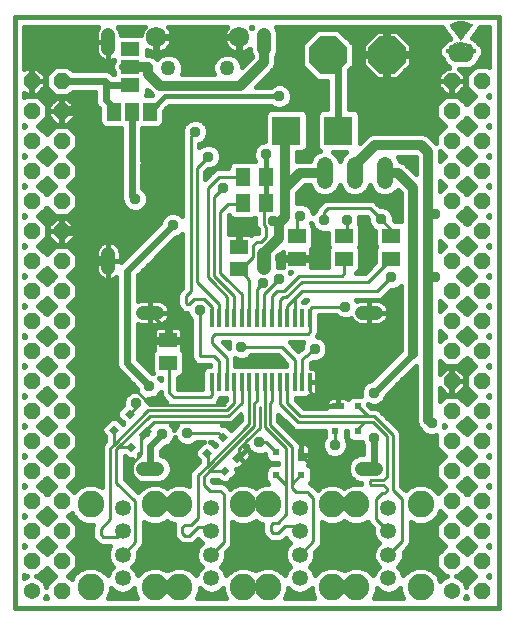
<source format=gbl>
G75*
%MOIN*%
%OFA0B0*%
%FSLAX24Y24*%
%IPPOS*%
%LPD*%
%AMOC8*
5,1,8,0,0,1.08239X$1,22.5*
%
%ADD10C,0.0160*%
%ADD11C,0.0540*%
%ADD12OC8,0.0540*%
%ADD13R,0.0138X0.0591*%
%ADD14OC8,0.1250*%
%ADD15C,0.0472*%
%ADD16C,0.0540*%
%ADD17R,0.0591X0.0512*%
%ADD18R,0.0512X0.0591*%
%ADD19R,0.0394X0.0236*%
%ADD20R,0.0236X0.0236*%
%ADD21R,0.0236X0.0394*%
%ADD22R,0.0236X0.0236*%
%ADD23R,0.0460X0.0630*%
%ADD24C,0.0531*%
%ADD25C,0.0886*%
%ADD26R,0.0630X0.0460*%
%ADD27C,0.0679*%
%ADD28C,0.0502*%
%ADD29R,0.0421X0.0004*%
%ADD30R,0.0465X0.0004*%
%ADD31R,0.0492X0.0004*%
%ADD32R,0.0516X0.0004*%
%ADD33R,0.0531X0.0004*%
%ADD34R,0.0547X0.0004*%
%ADD35R,0.0563X0.0004*%
%ADD36R,0.0575X0.0004*%
%ADD37R,0.0587X0.0004*%
%ADD38R,0.0598X0.0004*%
%ADD39R,0.0610X0.0004*%
%ADD40R,0.0618X0.0004*%
%ADD41R,0.0626X0.0004*%
%ADD42R,0.0638X0.0004*%
%ADD43R,0.0646X0.0004*%
%ADD44R,0.0650X0.0004*%
%ADD45R,0.0657X0.0004*%
%ADD46R,0.0665X0.0004*%
%ADD47R,0.0673X0.0004*%
%ADD48R,0.0677X0.0004*%
%ADD49R,0.0685X0.0004*%
%ADD50R,0.0689X0.0004*%
%ADD51R,0.0693X0.0004*%
%ADD52R,0.0701X0.0004*%
%ADD53R,0.0705X0.0004*%
%ADD54R,0.0709X0.0004*%
%ADD55R,0.0717X0.0004*%
%ADD56R,0.0720X0.0004*%
%ADD57R,0.0724X0.0004*%
%ADD58R,0.0728X0.0004*%
%ADD59R,0.0732X0.0004*%
%ADD60R,0.0736X0.0004*%
%ADD61R,0.0740X0.0004*%
%ADD62R,0.0744X0.0004*%
%ADD63R,0.0748X0.0004*%
%ADD64R,0.0752X0.0004*%
%ADD65R,0.0756X0.0004*%
%ADD66R,0.0760X0.0004*%
%ADD67R,0.0764X0.0004*%
%ADD68R,0.0768X0.0004*%
%ADD69R,0.0772X0.0004*%
%ADD70R,0.0776X0.0004*%
%ADD71R,0.0780X0.0004*%
%ADD72R,0.0783X0.0004*%
%ADD73R,0.0787X0.0004*%
%ADD74R,0.0791X0.0004*%
%ADD75R,0.0795X0.0004*%
%ADD76R,0.0799X0.0004*%
%ADD77R,0.0803X0.0004*%
%ADD78R,0.0807X0.0004*%
%ADD79R,0.0811X0.0004*%
%ADD80R,0.0815X0.0004*%
%ADD81R,0.0819X0.0004*%
%ADD82R,0.0823X0.0004*%
%ADD83R,0.0827X0.0004*%
%ADD84R,0.0831X0.0004*%
%ADD85R,0.0835X0.0004*%
%ADD86R,0.0839X0.0004*%
%ADD87R,0.0909X0.0004*%
%ADD88R,0.0937X0.0004*%
%ADD89R,0.0953X0.0004*%
%ADD90R,0.0961X0.0004*%
%ADD91R,0.0969X0.0004*%
%ADD92R,0.0976X0.0004*%
%ADD93R,0.0980X0.0004*%
%ADD94R,0.0984X0.0004*%
%ADD95R,0.0965X0.0004*%
%ADD96R,0.0957X0.0004*%
%ADD97R,0.0945X0.0004*%
%ADD98R,0.0921X0.0004*%
%ADD99R,0.0232X0.0004*%
%ADD100R,0.0555X0.0004*%
%ADD101R,0.0224X0.0004*%
%ADD102R,0.0543X0.0004*%
%ADD103R,0.0539X0.0004*%
%ADD104R,0.0220X0.0004*%
%ADD105R,0.0535X0.0004*%
%ADD106R,0.0528X0.0004*%
%ADD107R,0.0520X0.0004*%
%ADD108R,0.0512X0.0004*%
%ADD109R,0.0500X0.0004*%
%ADD110R,0.0488X0.0004*%
%ADD111R,0.0484X0.0004*%
%ADD112R,0.0476X0.0004*%
%ADD113R,0.0449X0.0004*%
%ADD114R,0.0370X0.0004*%
%ADD115R,0.0043X0.0004*%
%ADD116R,0.0228X0.0004*%
%ADD117R,0.0358X0.0004*%
%ADD118R,0.0350X0.0004*%
%ADD119R,0.0343X0.0004*%
%ADD120R,0.0331X0.0004*%
%ADD121R,0.0319X0.0004*%
%ADD122R,0.0311X0.0004*%
%ADD123R,0.0307X0.0004*%
%ADD124R,0.0303X0.0004*%
%ADD125R,0.0063X0.0004*%
%ADD126R,0.0130X0.0004*%
%ADD127R,0.0445X0.0004*%
%ADD128R,0.0437X0.0004*%
%ADD129R,0.0433X0.0004*%
%ADD130R,0.0362X0.0004*%
%ADD131R,0.0047X0.0004*%
%ADD132R,0.0354X0.0004*%
%ADD133R,0.0031X0.0004*%
%ADD134R,0.0346X0.0004*%
%ADD135R,0.0339X0.0004*%
%ADD136R,0.0055X0.0004*%
%ADD137R,0.0177X0.0004*%
%ADD138R,0.0035X0.0004*%
%ADD139R,0.0161X0.0004*%
%ADD140R,0.0051X0.0004*%
%ADD141R,0.0142X0.0004*%
%ADD142R,0.0118X0.0004*%
%ADD143R,0.0091X0.0004*%
%ADD144R,0.0024X0.0004*%
%ADD145R,0.0020X0.0004*%
%ADD146R,0.0008X0.0004*%
%ADD147R,0.0004X0.0004*%
%ADD148R,0.0012X0.0004*%
%ADD149R,0.0028X0.0004*%
%ADD150R,0.0059X0.0004*%
%ADD151R,0.0067X0.0004*%
%ADD152R,0.0075X0.0004*%
%ADD153R,0.0083X0.0004*%
%ADD154R,0.0098X0.0004*%
%ADD155R,0.0106X0.0004*%
%ADD156R,0.0114X0.0004*%
%ADD157R,0.0122X0.0004*%
%ADD158R,0.0138X0.0004*%
%ADD159R,0.0146X0.0004*%
%ADD160R,0.0154X0.0004*%
%ADD161R,0.0165X0.0004*%
%ADD162R,0.0169X0.0004*%
%ADD163R,0.0185X0.0004*%
%ADD164R,0.0189X0.0004*%
%ADD165R,0.0193X0.0004*%
%ADD166R,0.0201X0.0004*%
%ADD167R,0.0209X0.0004*%
%ADD168R,0.0213X0.0004*%
%ADD169R,0.0217X0.0004*%
%ADD170R,0.0236X0.0004*%
%ADD171R,0.0240X0.0004*%
%ADD172R,0.0248X0.0004*%
%ADD173R,0.0256X0.0004*%
%ADD174R,0.0264X0.0004*%
%ADD175R,0.0272X0.0004*%
%ADD176R,0.0280X0.0004*%
%ADD177R,0.0287X0.0004*%
%ADD178R,0.0295X0.0004*%
%ADD179R,0.0299X0.0004*%
%ADD180R,0.0126X0.0004*%
%ADD181R,0.0157X0.0004*%
%ADD182R,0.0134X0.0004*%
%ADD183R,0.0173X0.0004*%
%ADD184R,0.0366X0.0004*%
%ADD185R,0.0374X0.0004*%
%ADD186R,0.0382X0.0004*%
%ADD187R,0.0390X0.0004*%
%ADD188R,0.0394X0.0004*%
%ADD189R,0.0398X0.0004*%
%ADD190R,0.0406X0.0004*%
%ADD191R,0.0409X0.0004*%
%ADD192R,0.0417X0.0004*%
%ADD193R,0.0429X0.0004*%
%ADD194R,0.0441X0.0004*%
%ADD195R,0.0453X0.0004*%
%ADD196R,0.0457X0.0004*%
%ADD197R,0.0469X0.0004*%
%ADD198R,0.0480X0.0004*%
%ADD199R,0.0504X0.0004*%
%ADD200R,0.0508X0.0004*%
%ADD201R,0.0551X0.0004*%
%ADD202R,0.0567X0.0004*%
%ADD203R,0.0579X0.0004*%
%ADD204R,0.0413X0.0004*%
%ADD205R,0.0425X0.0004*%
%ADD206R,0.0181X0.0004*%
%ADD207R,0.0634X0.0004*%
%ADD208R,0.0654X0.0004*%
%ADD209R,0.0661X0.0004*%
%ADD210R,0.0669X0.0004*%
%ADD211R,0.0697X0.0004*%
%ADD212R,0.0244X0.0004*%
%ADD213R,0.0252X0.0004*%
%ADD214R,0.0461X0.0004*%
%ADD215R,0.0094X0.0004*%
%ADD216R,0.0622X0.0004*%
%ADD217R,0.0102X0.0004*%
%ADD218R,0.0630X0.0004*%
%ADD219R,0.0614X0.0004*%
%ADD220R,0.0583X0.0004*%
%ADD221R,0.0327X0.0004*%
%ADD222R,0.0945X0.0945*%
%ADD223C,0.0320*%
%ADD224C,0.0376*%
%ADD225C,0.0100*%
%ADD226C,0.0240*%
D10*
X002254Y004003D02*
X018396Y004003D01*
X018396Y023688D01*
X002254Y023688D01*
X002254Y004003D01*
X002574Y005006D02*
X002675Y005048D01*
X002613Y005048D01*
X002574Y005088D01*
X002574Y005006D01*
X002974Y005048D02*
X003036Y005048D01*
X003325Y005337D01*
X003603Y005058D01*
X003315Y004769D01*
X003315Y004708D01*
X003257Y004847D01*
X003114Y004990D01*
X002974Y005048D01*
X003100Y005112D02*
X003549Y005112D01*
X003499Y004954D02*
X003150Y004954D01*
X003278Y004795D02*
X003341Y004795D01*
X003315Y004408D02*
X003315Y004347D01*
X003339Y004323D01*
X003279Y004323D01*
X003315Y004408D01*
X003259Y005271D02*
X003391Y005271D01*
X003325Y005779D02*
X003603Y006058D01*
X003325Y006337D01*
X003046Y006058D01*
X003325Y005779D01*
X003450Y005905D02*
X003199Y005905D01*
X003051Y006063D02*
X003598Y006063D01*
X003440Y006222D02*
X003210Y006222D01*
X003325Y006779D02*
X003603Y007058D01*
X003325Y007337D01*
X003046Y007058D01*
X003325Y006779D01*
X003248Y006856D02*
X003401Y006856D01*
X003560Y007014D02*
X003090Y007014D01*
X003161Y007173D02*
X003489Y007173D01*
X003330Y007331D02*
X003319Y007331D01*
X003325Y007779D02*
X003603Y008058D01*
X003325Y008337D01*
X003046Y008058D01*
X003325Y007779D01*
X003352Y007807D02*
X003297Y007807D01*
X003139Y007965D02*
X003511Y007965D01*
X003538Y008124D02*
X003112Y008124D01*
X003270Y008282D02*
X003379Y008282D01*
X003325Y008779D02*
X003603Y009058D01*
X003325Y009337D01*
X003046Y009058D01*
X003325Y008779D01*
X003188Y008916D02*
X003462Y008916D01*
X003587Y009075D02*
X003063Y009075D01*
X003221Y009233D02*
X003428Y009233D01*
X003325Y009779D02*
X003603Y010058D01*
X003325Y010337D01*
X003046Y010058D01*
X003325Y009779D01*
X003237Y009867D02*
X003413Y009867D01*
X003571Y010026D02*
X003078Y010026D01*
X003172Y010184D02*
X003477Y010184D01*
X003325Y010779D02*
X003603Y011058D01*
X003325Y011337D01*
X003046Y011058D01*
X003325Y010779D01*
X003286Y010818D02*
X003364Y010818D01*
X003522Y010977D02*
X003127Y010977D01*
X003123Y011135D02*
X003526Y011135D01*
X003368Y011294D02*
X003282Y011294D01*
X003325Y011779D02*
X003603Y012058D01*
X003325Y012337D01*
X003046Y012058D01*
X003325Y011779D01*
X003176Y011928D02*
X003473Y011928D01*
X003575Y012086D02*
X003074Y012086D01*
X003233Y012245D02*
X003417Y012245D01*
X003325Y012779D02*
X003603Y013058D01*
X003325Y013337D01*
X003046Y013058D01*
X003325Y012779D01*
X003424Y012879D02*
X003225Y012879D01*
X003067Y013037D02*
X003583Y013037D01*
X003466Y013196D02*
X003184Y013196D01*
X003325Y013779D02*
X003603Y014058D01*
X003325Y014337D01*
X003046Y014058D01*
X003325Y013779D01*
X003375Y013830D02*
X003274Y013830D01*
X003116Y013988D02*
X003534Y013988D01*
X003515Y014147D02*
X003135Y014147D01*
X003293Y014305D02*
X003356Y014305D01*
X003325Y014779D02*
X003603Y015058D01*
X003325Y015337D01*
X003046Y015058D01*
X003325Y014779D01*
X003323Y014781D02*
X003326Y014781D01*
X003485Y014939D02*
X003165Y014939D01*
X003086Y015098D02*
X003564Y015098D01*
X003405Y015256D02*
X003244Y015256D01*
X003325Y015779D02*
X003046Y016058D01*
X003335Y016347D01*
X003335Y016769D01*
X003046Y017058D01*
X003325Y017337D01*
X003613Y017048D01*
X004036Y017048D01*
X004335Y017347D01*
X004335Y017769D01*
X004046Y018058D01*
X004335Y018347D01*
X004335Y018769D01*
X004046Y019058D01*
X004335Y019347D01*
X004335Y019769D01*
X004036Y020068D01*
X003613Y020068D01*
X003325Y019779D01*
X003046Y020058D01*
X003335Y020347D01*
X003335Y020769D01*
X003036Y021068D01*
X002613Y021068D01*
X002574Y021028D01*
X002574Y021173D01*
X002638Y021108D01*
X002815Y021108D01*
X002815Y021548D01*
X002835Y021548D01*
X002835Y021568D01*
X003275Y021568D01*
X003275Y021744D01*
X003011Y022008D01*
X002835Y022008D01*
X002835Y021568D01*
X002815Y021568D01*
X002815Y022008D01*
X002638Y022008D01*
X002574Y021944D01*
X002574Y023368D01*
X005046Y023368D01*
X005014Y023323D01*
X004984Y023265D01*
X004964Y023203D01*
X004953Y023138D01*
X004953Y022869D01*
X004953Y022600D01*
X004964Y022535D01*
X004984Y022473D01*
X005014Y022415D01*
X005052Y022362D01*
X005098Y022315D01*
X005151Y022277D01*
X005210Y022247D01*
X005272Y022227D01*
X005337Y022217D01*
X005370Y022217D01*
X005402Y022217D01*
X005467Y022227D01*
X005529Y022247D01*
X005557Y022261D01*
X005557Y022215D01*
X005515Y022114D01*
X005515Y021955D01*
X005557Y021854D01*
X005557Y021794D01*
X005532Y021794D01*
X005489Y021837D01*
X005463Y021863D01*
X005331Y021918D01*
X004186Y021918D01*
X004036Y022068D01*
X003613Y022068D01*
X003315Y021769D01*
X003315Y021347D01*
X003613Y021048D01*
X004036Y021048D01*
X004186Y021198D01*
X004925Y021198D01*
X004925Y020860D01*
X004980Y020728D01*
X005081Y020627D01*
X005081Y020627D01*
X005081Y020176D01*
X005118Y020087D01*
X005185Y020020D01*
X005274Y019983D01*
X005791Y019983D01*
X005791Y017672D01*
X005841Y017551D01*
X005841Y017540D01*
X005907Y017382D01*
X006027Y017262D01*
X006184Y017197D01*
X006355Y017197D01*
X006512Y017262D01*
X006632Y017382D01*
X006698Y017540D01*
X006698Y017710D01*
X006632Y017868D01*
X006512Y017988D01*
X006511Y017988D01*
X006511Y018767D01*
X006520Y018788D01*
X006520Y018903D01*
X006511Y018924D01*
X006511Y019983D01*
X007029Y019983D01*
X007117Y020020D01*
X007185Y020087D01*
X007221Y020176D01*
X007221Y020556D01*
X007396Y020730D01*
X010787Y020730D01*
X010830Y020687D01*
X010988Y020622D01*
X011158Y020622D01*
X011315Y020687D01*
X011436Y020808D01*
X011501Y020965D01*
X011501Y021135D01*
X011436Y021293D01*
X011315Y021413D01*
X011158Y021478D01*
X010988Y021478D01*
X010830Y021413D01*
X010787Y021370D01*
X010305Y021370D01*
X010796Y021861D01*
X010909Y021974D01*
X010970Y022121D01*
X010970Y022359D01*
X010973Y022363D01*
X011046Y022538D01*
X011046Y023200D01*
X010976Y023368D01*
X016516Y023368D01*
X016516Y023351D01*
X016552Y023263D01*
X016557Y023258D01*
X016560Y023251D01*
X016569Y023242D01*
X016572Y023235D01*
X016581Y023226D01*
X016584Y023219D01*
X016593Y023210D01*
X016596Y023204D01*
X016605Y023195D01*
X016607Y023188D01*
X016616Y023179D01*
X016619Y023172D01*
X016628Y023163D01*
X016631Y023156D01*
X016640Y023147D01*
X016643Y023141D01*
X016652Y023132D01*
X016655Y023125D01*
X016664Y023116D01*
X016666Y023109D01*
X016676Y023100D01*
X016678Y023093D01*
X016683Y023088D01*
X016686Y023082D01*
X016695Y023073D01*
X016698Y023066D01*
X016707Y023057D01*
X016710Y023050D01*
X016719Y023041D01*
X016722Y023034D01*
X016731Y023025D01*
X016733Y023019D01*
X016742Y023010D01*
X016745Y023003D01*
X016754Y022994D01*
X016757Y022987D01*
X016765Y022979D01*
X016766Y022978D01*
X016766Y022977D01*
X016754Y022965D01*
X016746Y022961D01*
X016743Y022961D01*
X016655Y022925D01*
X016654Y022924D01*
X016647Y022921D01*
X016646Y022920D01*
X016640Y022917D01*
X016572Y022850D01*
X016568Y022846D01*
X016564Y022842D01*
X016560Y022838D01*
X016556Y022834D01*
X016552Y022830D01*
X016548Y022826D01*
X016546Y022819D01*
X016544Y022818D01*
X016541Y022814D01*
X016538Y022807D01*
X016537Y022806D01*
X016535Y022803D01*
X016525Y022799D01*
X016458Y022731D01*
X016454Y022727D01*
X016450Y022724D01*
X016446Y022720D01*
X016442Y022716D01*
X016406Y022627D01*
X016406Y022625D01*
X016402Y022616D01*
X016402Y022469D01*
X016406Y022459D01*
X016406Y022457D01*
X016442Y022369D01*
X016454Y022357D01*
X016518Y022293D01*
X016520Y022289D01*
X016520Y022288D01*
X016556Y022200D01*
X016557Y022199D01*
X016560Y022192D01*
X016561Y022191D01*
X016564Y022184D01*
X016565Y022183D01*
X016568Y022176D01*
X016569Y022175D01*
X016572Y022168D01*
X016577Y022163D01*
X016580Y022156D01*
X016585Y022151D01*
X016588Y022145D01*
X016593Y022139D01*
X016596Y022133D01*
X016663Y022065D01*
X016667Y022061D01*
X016671Y022057D01*
X016675Y022053D01*
X016679Y022049D01*
X016683Y022046D01*
X016687Y022042D01*
X016691Y022038D01*
X016695Y022034D01*
X016701Y022031D01*
X016703Y022030D01*
X016706Y022026D01*
X016713Y022023D01*
X016714Y022022D01*
X016714Y022022D01*
X016718Y022018D01*
X016725Y022015D01*
X016726Y022014D01*
X016733Y022011D01*
X016734Y022010D01*
X016739Y022008D01*
X016638Y022008D01*
X016375Y021744D01*
X016375Y021568D01*
X016815Y021568D01*
X016815Y021548D01*
X016835Y021548D01*
X016835Y021568D01*
X017275Y021568D01*
X017275Y021744D01*
X017061Y021958D01*
X017394Y021958D01*
X017404Y021962D01*
X017418Y021962D01*
X017427Y021966D01*
X017429Y021966D01*
X017439Y021970D01*
X017441Y021970D01*
X017530Y022006D01*
X017531Y022007D01*
X017537Y022010D01*
X017539Y022011D01*
X017545Y022014D01*
X017546Y022015D01*
X017553Y022018D01*
X017554Y022019D01*
X017561Y022022D01*
X017565Y022026D01*
X017566Y022027D01*
X017573Y022030D01*
X017577Y022034D01*
X017581Y022038D01*
X017585Y022042D01*
X017586Y022043D01*
X017590Y022044D01*
X017315Y021769D01*
X017315Y021347D01*
X017603Y021058D01*
X017325Y020779D01*
X017036Y021068D01*
X016613Y021068D01*
X016315Y020769D01*
X016315Y020347D01*
X016603Y020058D01*
X016315Y019769D01*
X016315Y019484D01*
X016260Y019539D01*
X016024Y019775D01*
X015877Y019836D01*
X014182Y019836D01*
X014035Y019775D01*
X013754Y019494D01*
X013754Y020429D01*
X013717Y020517D01*
X013650Y020584D01*
X013561Y020621D01*
X013401Y020621D01*
X013401Y021919D01*
X013552Y022070D01*
X013552Y022786D01*
X013045Y023293D01*
X012329Y023293D01*
X011822Y022786D01*
X011822Y022070D01*
X012329Y021563D01*
X012681Y021563D01*
X012681Y020621D01*
X012521Y020621D01*
X012433Y020584D01*
X012365Y020517D01*
X012329Y020429D01*
X012329Y019388D01*
X012365Y019300D01*
X012423Y019243D01*
X012303Y019193D01*
X012160Y019050D01*
X012094Y018891D01*
X011702Y018891D01*
X011670Y018878D01*
X011670Y019196D01*
X011829Y019196D01*
X011917Y019233D01*
X011985Y019300D01*
X012021Y019388D01*
X012021Y020429D01*
X011985Y020517D01*
X011917Y020584D01*
X011829Y020621D01*
X010789Y020621D01*
X010701Y020584D01*
X010633Y020517D01*
X010596Y020429D01*
X010596Y019549D01*
X010554Y019549D01*
X010397Y019484D01*
X010277Y019364D01*
X010212Y019206D01*
X010212Y019036D01*
X010272Y018890D01*
X010246Y018879D01*
X010176Y018908D01*
X009568Y018908D01*
X009480Y018872D01*
X009413Y018804D01*
X009376Y018716D01*
X009376Y018663D01*
X009115Y018663D01*
X009107Y018666D01*
X009057Y018663D01*
X009007Y018663D01*
X009000Y018660D01*
X008992Y018660D01*
X008947Y018638D01*
X008901Y018619D01*
X008895Y018613D01*
X008888Y018610D01*
X008854Y018573D01*
X008819Y018537D01*
X008816Y018530D01*
X008607Y018298D01*
X008607Y018528D01*
X008693Y018614D01*
X008796Y018614D01*
X008953Y018679D01*
X009073Y018800D01*
X009139Y018957D01*
X009139Y019127D01*
X009073Y019285D01*
X008953Y019405D01*
X008796Y019470D01*
X008625Y019470D01*
X008468Y019405D01*
X008410Y019347D01*
X008410Y019461D01*
X008520Y019506D01*
X008640Y019627D01*
X008706Y019784D01*
X008706Y019954D01*
X008640Y020112D01*
X008520Y020232D01*
X008363Y020297D01*
X008192Y020297D01*
X008035Y020232D01*
X007914Y020112D01*
X007849Y019954D01*
X007849Y019816D01*
X007830Y019769D01*
X007830Y017064D01*
X007772Y017122D01*
X007615Y017187D01*
X007444Y017187D01*
X007287Y017122D01*
X007166Y017001D01*
X007101Y016844D01*
X007101Y016840D01*
X005786Y015524D01*
X005786Y015569D01*
X005370Y015569D01*
X005370Y015569D01*
X005786Y015569D01*
X005786Y015838D01*
X005776Y015903D01*
X005755Y015965D01*
X005726Y016023D01*
X005687Y016076D01*
X005641Y016123D01*
X005588Y016161D01*
X005529Y016191D01*
X005467Y016211D01*
X005402Y016222D01*
X005370Y016222D01*
X005370Y015569D01*
X005370Y014917D01*
X005402Y014917D01*
X005467Y014927D01*
X005529Y014947D01*
X005588Y014977D01*
X005634Y015011D01*
X005634Y012081D01*
X005689Y011949D01*
X006314Y011324D01*
X006314Y011319D01*
X006346Y011242D01*
X006224Y011242D01*
X006066Y011177D01*
X005946Y011056D01*
X005881Y010899D01*
X005881Y010768D01*
X005714Y010601D01*
X005677Y010513D01*
X005677Y010418D01*
X005714Y010329D01*
X005879Y010164D01*
X005856Y010142D01*
X005691Y010307D01*
X005603Y010343D01*
X005508Y010343D01*
X005419Y010307D01*
X005185Y010072D01*
X005148Y009984D01*
X005148Y009889D01*
X005185Y009800D01*
X005265Y009720D01*
X005265Y009551D01*
X005197Y009482D01*
X005153Y009376D01*
X005153Y008035D01*
X004921Y008131D01*
X004649Y008131D01*
X004398Y008027D01*
X004238Y007866D01*
X004046Y008058D01*
X004335Y008347D01*
X004335Y008769D01*
X004046Y009058D01*
X004335Y009347D01*
X004335Y009769D01*
X004046Y010058D01*
X004335Y010347D01*
X004335Y010769D01*
X004046Y011058D01*
X004335Y011347D01*
X004335Y011769D01*
X004046Y012058D01*
X004335Y012347D01*
X004335Y012769D01*
X004046Y013058D01*
X004335Y013347D01*
X004335Y013769D01*
X004046Y014058D01*
X004335Y014347D01*
X004335Y014769D01*
X004046Y015058D01*
X004335Y015347D01*
X004335Y015769D01*
X004036Y016068D01*
X003613Y016068D01*
X003325Y015779D01*
X003214Y015890D02*
X003436Y015890D01*
X003594Y016049D02*
X003055Y016049D01*
X003195Y016207D02*
X003539Y016207D01*
X003638Y016108D02*
X003375Y016372D01*
X003375Y016548D01*
X003815Y016548D01*
X003835Y016548D01*
X003835Y016568D01*
X004275Y016568D01*
X004275Y016744D01*
X004011Y017008D01*
X003835Y017008D01*
X003835Y016568D01*
X003815Y016568D01*
X003815Y017008D01*
X003638Y017008D01*
X003375Y016744D01*
X003375Y016568D01*
X003815Y016568D01*
X003815Y016548D01*
X003815Y016108D01*
X003638Y016108D01*
X003835Y016108D02*
X004011Y016108D01*
X004275Y016372D01*
X004275Y016548D01*
X003835Y016548D01*
X003835Y016108D01*
X003835Y016207D02*
X003815Y016207D01*
X003815Y016366D02*
X003835Y016366D01*
X003835Y016524D02*
X003815Y016524D01*
X003815Y016683D02*
X003835Y016683D01*
X003835Y016841D02*
X003815Y016841D01*
X003815Y017000D02*
X003835Y017000D01*
X004019Y017000D02*
X007166Y017000D01*
X007101Y016841D02*
X004178Y016841D01*
X004275Y016683D02*
X006944Y016683D01*
X006786Y016524D02*
X004275Y016524D01*
X004269Y016366D02*
X006627Y016366D01*
X006469Y016207D02*
X005479Y016207D01*
X005370Y016207D02*
X005370Y016207D01*
X005370Y016222D02*
X005337Y016222D01*
X005272Y016211D01*
X005210Y016191D01*
X005151Y016161D01*
X005098Y016123D01*
X005052Y016076D01*
X005014Y016023D01*
X004984Y015965D01*
X004964Y015903D01*
X004953Y015838D01*
X004953Y015569D01*
X004953Y015300D01*
X004964Y015235D01*
X004984Y015173D01*
X005014Y015115D01*
X005052Y015062D01*
X005098Y015015D01*
X005151Y014977D01*
X005210Y014947D01*
X005272Y014927D01*
X005337Y014917D01*
X005370Y014917D01*
X005370Y015569D01*
X005370Y015569D01*
X005370Y015569D01*
X005370Y016222D01*
X005260Y016207D02*
X004110Y016207D01*
X004055Y016049D02*
X005032Y016049D01*
X004962Y015890D02*
X004214Y015890D01*
X004335Y015732D02*
X004953Y015732D01*
X004953Y015573D02*
X004335Y015573D01*
X004335Y015415D02*
X004953Y015415D01*
X004953Y015569D02*
X005370Y015569D01*
X005370Y015569D01*
X004953Y015569D01*
X004960Y015256D02*
X004244Y015256D01*
X004086Y015098D02*
X005026Y015098D01*
X005233Y014939D02*
X004165Y014939D01*
X004323Y014781D02*
X005634Y014781D01*
X005634Y014939D02*
X005506Y014939D01*
X005370Y014939D02*
X005370Y014939D01*
X005370Y015098D02*
X005370Y015098D01*
X005370Y015256D02*
X005370Y015256D01*
X005370Y015415D02*
X005370Y015415D01*
X005370Y015573D02*
X005370Y015573D01*
X005370Y015732D02*
X005370Y015732D01*
X005370Y015890D02*
X005370Y015890D01*
X005370Y016049D02*
X005370Y016049D01*
X005128Y016483D02*
X004852Y016483D01*
X005707Y016049D02*
X006310Y016049D01*
X006152Y015890D02*
X005777Y015890D01*
X005786Y015732D02*
X005993Y015732D01*
X005835Y015573D02*
X005786Y015573D01*
X006354Y015074D02*
X007610Y016331D01*
X007615Y016331D01*
X007772Y016396D01*
X007830Y016454D01*
X007830Y014674D01*
X007717Y014561D01*
X007672Y014454D01*
X007672Y014103D01*
X007717Y013996D01*
X007798Y013915D01*
X007838Y013875D01*
X007944Y013831D01*
X008010Y013831D01*
X008072Y013682D01*
X008145Y013609D01*
X008145Y012446D01*
X008145Y012331D01*
X008189Y012225D01*
X008271Y012143D01*
X008377Y012099D01*
X008782Y012099D01*
X008782Y012059D01*
X008704Y012059D01*
X008616Y012023D01*
X008548Y011955D01*
X008512Y011867D01*
X008512Y011301D01*
X007701Y011301D01*
X007701Y011676D01*
X007715Y011676D01*
X007803Y011713D01*
X007871Y011780D01*
X007907Y011869D01*
X007907Y012476D01*
X007871Y012564D01*
X007836Y012599D01*
X007847Y012641D01*
X007847Y012872D01*
X007420Y012872D01*
X007420Y012968D01*
X007847Y012968D01*
X007847Y013200D01*
X007835Y013246D01*
X007811Y013287D01*
X007778Y013320D01*
X007737Y013344D01*
X007691Y013356D01*
X007420Y013356D01*
X007420Y012968D01*
X007324Y012968D01*
X007324Y012872D01*
X006897Y012872D01*
X006897Y012641D01*
X006908Y012599D01*
X006873Y012564D01*
X006837Y012476D01*
X006837Y011869D01*
X006857Y011820D01*
X006827Y011833D01*
X006823Y011833D01*
X006354Y012302D01*
X006354Y013466D01*
X006377Y013454D01*
X006439Y013434D01*
X006504Y013424D01*
X006773Y013424D01*
X007042Y013424D01*
X007106Y013434D01*
X007169Y013454D01*
X007227Y013484D01*
X007280Y013522D01*
X007326Y013569D01*
X007365Y013622D01*
X007395Y013680D01*
X007415Y013742D01*
X007425Y013807D01*
X007425Y013840D01*
X007425Y013873D01*
X007415Y013937D01*
X007395Y014000D01*
X007365Y014058D01*
X007326Y014111D01*
X007280Y014157D01*
X007227Y014196D01*
X007169Y014226D01*
X007106Y014246D01*
X007042Y014256D01*
X006773Y014256D01*
X006773Y013840D01*
X007425Y013840D01*
X006773Y013840D01*
X006773Y013840D01*
X006773Y013840D01*
X006773Y013424D01*
X006773Y013840D01*
X006773Y013840D01*
X006773Y014256D01*
X006504Y014256D01*
X006439Y014246D01*
X006377Y014226D01*
X006354Y014214D01*
X006354Y015074D01*
X006378Y015098D02*
X007830Y015098D01*
X007830Y015256D02*
X006536Y015256D01*
X006695Y015415D02*
X007830Y015415D01*
X007830Y015573D02*
X006853Y015573D01*
X007012Y015732D02*
X007830Y015732D01*
X007830Y015890D02*
X007170Y015890D01*
X007329Y016049D02*
X007830Y016049D01*
X007830Y016207D02*
X007487Y016207D01*
X007700Y016366D02*
X007830Y016366D01*
X007830Y017158D02*
X007683Y017158D01*
X007830Y017317D02*
X006567Y017317D01*
X006671Y017475D02*
X007830Y017475D01*
X007830Y017634D02*
X006698Y017634D01*
X006664Y017792D02*
X007830Y017792D01*
X007830Y017951D02*
X006549Y017951D01*
X006511Y018109D02*
X007830Y018109D01*
X007830Y018268D02*
X006511Y018268D01*
X006511Y018426D02*
X007830Y018426D01*
X007830Y018585D02*
X006511Y018585D01*
X006511Y018743D02*
X007830Y018743D01*
X007830Y018902D02*
X006520Y018902D01*
X006511Y019060D02*
X007830Y019060D01*
X007830Y019219D02*
X006511Y019219D01*
X006511Y019377D02*
X007830Y019377D01*
X007830Y019536D02*
X006511Y019536D01*
X006511Y019694D02*
X007830Y019694D01*
X007849Y019853D02*
X006511Y019853D01*
X005791Y019853D02*
X004251Y019853D01*
X004335Y019694D02*
X005791Y019694D01*
X005791Y019536D02*
X004335Y019536D01*
X004335Y019377D02*
X005791Y019377D01*
X005791Y019219D02*
X004207Y019219D01*
X004048Y019060D02*
X005791Y019060D01*
X005791Y018902D02*
X004202Y018902D01*
X004335Y018743D02*
X005791Y018743D01*
X005791Y018585D02*
X004335Y018585D01*
X004335Y018426D02*
X005791Y018426D01*
X005791Y018268D02*
X004256Y018268D01*
X004097Y018109D02*
X005791Y018109D01*
X005791Y017951D02*
X004153Y017951D01*
X004312Y017792D02*
X005791Y017792D01*
X005807Y017634D02*
X004335Y017634D01*
X004335Y017475D02*
X005868Y017475D01*
X005972Y017317D02*
X004305Y017317D01*
X004146Y017158D02*
X007375Y017158D01*
X008607Y018426D02*
X008723Y018426D01*
X008663Y018585D02*
X008865Y018585D01*
X009017Y018743D02*
X009387Y018743D01*
X009553Y018902D02*
X009116Y018902D01*
X009139Y019060D02*
X010212Y019060D01*
X010217Y019219D02*
X009101Y019219D01*
X008981Y019377D02*
X010291Y019377D01*
X010523Y019536D02*
X008550Y019536D01*
X008440Y019377D02*
X008410Y019377D01*
X008668Y019694D02*
X010596Y019694D01*
X010596Y019853D02*
X008706Y019853D01*
X008682Y020011D02*
X010596Y020011D01*
X010596Y020170D02*
X008582Y020170D01*
X007973Y020170D02*
X007219Y020170D01*
X007221Y020328D02*
X010596Y020328D01*
X010621Y020487D02*
X007221Y020487D01*
X007311Y020645D02*
X010931Y020645D01*
X011214Y020645D02*
X012681Y020645D01*
X012681Y020804D02*
X011432Y020804D01*
X011500Y020962D02*
X012681Y020962D01*
X012681Y021121D02*
X011501Y021121D01*
X011441Y021279D02*
X012681Y021279D01*
X012681Y021438D02*
X011255Y021438D01*
X010890Y021438D02*
X010373Y021438D01*
X010531Y021596D02*
X012295Y021596D01*
X012137Y021755D02*
X010690Y021755D01*
X010848Y021913D02*
X011978Y021913D01*
X011822Y022072D02*
X010949Y022072D01*
X010970Y022230D02*
X011822Y022230D01*
X011822Y022389D02*
X010984Y022389D01*
X011046Y022547D02*
X011822Y022547D01*
X011822Y022706D02*
X011046Y022706D01*
X011046Y022864D02*
X011900Y022864D01*
X012058Y023023D02*
X011046Y023023D01*
X011046Y023181D02*
X012217Y023181D01*
X013157Y023181D02*
X014270Y023181D01*
X014322Y023233D02*
X013850Y022762D01*
X013850Y022478D01*
X014605Y022478D01*
X014605Y022378D01*
X013850Y022378D01*
X013850Y022095D01*
X014322Y021623D01*
X014605Y021623D01*
X014605Y022378D01*
X014705Y022378D01*
X014705Y021623D01*
X014989Y021623D01*
X015460Y022095D01*
X015460Y022378D01*
X014705Y022378D01*
X014705Y022478D01*
X014605Y022478D01*
X014605Y023233D01*
X014322Y023233D01*
X014112Y023023D02*
X013315Y023023D01*
X013474Y022864D02*
X013953Y022864D01*
X013850Y022706D02*
X013552Y022706D01*
X013552Y022547D02*
X013850Y022547D01*
X013850Y022230D02*
X013552Y022230D01*
X013552Y022072D02*
X013873Y022072D01*
X014032Y021913D02*
X013401Y021913D01*
X013401Y021755D02*
X014190Y021755D01*
X014605Y021755D02*
X014705Y021755D01*
X014705Y021913D02*
X014605Y021913D01*
X014605Y022072D02*
X014705Y022072D01*
X014705Y022230D02*
X014605Y022230D01*
X014605Y022389D02*
X013552Y022389D01*
X013401Y021596D02*
X016375Y021596D01*
X016375Y021548D02*
X016375Y021372D01*
X016638Y021108D01*
X016815Y021108D01*
X016815Y021548D01*
X016375Y021548D01*
X016375Y021438D02*
X013401Y021438D01*
X013401Y021279D02*
X016467Y021279D01*
X016625Y021121D02*
X013401Y021121D01*
X013401Y020962D02*
X016508Y020962D01*
X016349Y020804D02*
X013401Y020804D01*
X013401Y020645D02*
X016315Y020645D01*
X016315Y020487D02*
X013729Y020487D01*
X013754Y020328D02*
X016333Y020328D01*
X016492Y020170D02*
X013754Y020170D01*
X013754Y020011D02*
X016557Y020011D01*
X016398Y019853D02*
X013754Y019853D01*
X013754Y019694D02*
X013954Y019694D01*
X013796Y019536D02*
X013754Y019536D01*
X013310Y019196D02*
X013303Y019193D01*
X013160Y019050D01*
X013092Y018887D01*
X013025Y019050D01*
X012881Y019193D01*
X012875Y019196D01*
X013310Y019196D01*
X013170Y019060D02*
X013014Y019060D01*
X013086Y018902D02*
X013099Y018902D01*
X013092Y018096D02*
X013160Y017932D01*
X013303Y017789D01*
X013491Y017711D01*
X013694Y017711D01*
X013881Y017789D01*
X014025Y017932D01*
X014092Y018096D01*
X014160Y017932D01*
X014303Y017789D01*
X014491Y017711D01*
X014694Y017711D01*
X014881Y017789D01*
X015022Y017929D01*
X015122Y017829D01*
X015122Y016881D01*
X014944Y016881D01*
X014887Y016938D01*
X014887Y017041D01*
X014821Y017198D01*
X014701Y017319D01*
X014544Y017384D01*
X014441Y017384D01*
X014268Y017556D01*
X014162Y017600D01*
X012629Y017600D01*
X012523Y017556D01*
X012441Y017474D01*
X012323Y017356D01*
X012279Y017250D01*
X012279Y017232D01*
X012208Y017161D01*
X012144Y017316D01*
X012024Y017437D01*
X011867Y017502D01*
X011696Y017502D01*
X011670Y017491D01*
X011670Y017814D01*
X011947Y018091D01*
X012094Y018091D01*
X012160Y017932D01*
X012303Y017789D01*
X012491Y017711D01*
X012694Y017711D01*
X012881Y017789D01*
X013025Y017932D01*
X013092Y018096D01*
X013033Y017951D02*
X013152Y017951D01*
X013300Y017792D02*
X012885Y017792D01*
X012442Y017475D02*
X011930Y017475D01*
X011670Y017634D02*
X015122Y017634D01*
X015122Y017792D02*
X014885Y017792D01*
X015122Y017475D02*
X014349Y017475D01*
X014300Y017792D02*
X013885Y017792D01*
X014033Y017951D02*
X014152Y017951D01*
X014703Y017317D02*
X015122Y017317D01*
X015122Y017158D02*
X014838Y017158D01*
X014887Y017000D02*
X015122Y017000D01*
X014278Y016567D02*
X014278Y016081D01*
X014307Y016011D01*
X014278Y015940D01*
X014278Y015512D01*
X013925Y015159D01*
X013625Y015159D01*
X013669Y015177D01*
X013737Y015245D01*
X013773Y015333D01*
X013773Y015940D01*
X013744Y016011D01*
X013773Y016081D01*
X013773Y016688D01*
X013737Y016777D01*
X013727Y016787D01*
X013745Y016831D01*
X013745Y017001D01*
X013737Y017020D01*
X013984Y017020D01*
X014030Y016974D01*
X014030Y016871D01*
X014096Y016713D01*
X014216Y016593D01*
X014278Y016567D01*
X014278Y016524D02*
X013773Y016524D01*
X013773Y016366D02*
X014278Y016366D01*
X014278Y016207D02*
X013773Y016207D01*
X013760Y016049D02*
X014291Y016049D01*
X014278Y015890D02*
X013773Y015890D01*
X013773Y015732D02*
X014278Y015732D01*
X014278Y015573D02*
X013773Y015573D01*
X013773Y015415D02*
X014181Y015415D01*
X014022Y015256D02*
X013742Y015256D01*
X013649Y014264D02*
X014398Y014264D01*
X014505Y014308D01*
X014795Y014598D01*
X014898Y014598D01*
X015055Y014664D01*
X015122Y014730D01*
X015122Y012577D01*
X014141Y011596D01*
X014137Y011596D01*
X013980Y011531D01*
X013859Y011411D01*
X013794Y011253D01*
X013794Y011083D01*
X013798Y011074D01*
X013525Y011074D01*
X013437Y011037D01*
X013369Y010970D01*
X013360Y010947D01*
X013329Y010978D01*
X013288Y011001D01*
X013242Y011014D01*
X013022Y011014D01*
X013022Y010716D01*
X013022Y010716D01*
X013022Y011014D01*
X012801Y011014D01*
X012755Y011001D01*
X012714Y010978D01*
X012681Y010944D01*
X012657Y010903D01*
X012645Y010857D01*
X012645Y010716D01*
X013022Y010716D01*
X013022Y010716D01*
X012645Y010716D01*
X012645Y010671D01*
X011901Y010671D01*
X011630Y010942D01*
X011630Y010989D01*
X011709Y010989D01*
X011718Y010992D01*
X011727Y010989D01*
X011961Y010989D01*
X012049Y011025D01*
X012072Y011049D01*
X012096Y011049D01*
X012096Y011072D01*
X012096Y011072D01*
X012096Y011049D01*
X012189Y011049D01*
X012234Y011061D01*
X012275Y011085D01*
X012309Y011118D01*
X012333Y011159D01*
X012345Y011205D01*
X012345Y011524D01*
X012345Y011843D01*
X012333Y011889D01*
X012309Y011930D01*
X012275Y011963D01*
X012234Y011987D01*
X012189Y011999D01*
X012134Y011999D01*
X012134Y012155D01*
X012185Y012197D01*
X012339Y012197D01*
X012496Y012262D01*
X012617Y012382D01*
X012682Y012540D01*
X012682Y012710D01*
X012617Y012868D01*
X012496Y012988D01*
X012342Y013052D01*
X012386Y013158D01*
X012386Y013261D01*
X012405Y013307D01*
X012405Y013752D01*
X012962Y013752D01*
X013035Y013679D01*
X013192Y013614D01*
X013363Y013614D01*
X013463Y013656D01*
X013480Y013622D01*
X013519Y013569D01*
X013565Y013522D01*
X013618Y013484D01*
X013677Y013454D01*
X013739Y013434D01*
X013804Y013424D01*
X014073Y013424D01*
X014342Y013424D01*
X014406Y013434D01*
X014469Y013454D01*
X014527Y013484D01*
X014580Y013522D01*
X014626Y013569D01*
X014665Y013622D01*
X014695Y013680D01*
X014715Y013742D01*
X014725Y013807D01*
X014725Y013840D01*
X014725Y013873D01*
X014715Y013937D01*
X014695Y014000D01*
X014665Y014058D01*
X014626Y014111D01*
X014580Y014157D01*
X014527Y014196D01*
X014469Y014226D01*
X014406Y014246D01*
X014342Y014256D01*
X014073Y014256D01*
X014073Y013840D01*
X014725Y013840D01*
X014073Y013840D01*
X014073Y013840D01*
X014073Y013840D01*
X014073Y013424D01*
X014073Y013840D01*
X014073Y013840D01*
X014073Y012160D01*
X013592Y011680D01*
X013901Y011452D02*
X012345Y011452D01*
X012345Y011524D02*
X012153Y011524D01*
X012345Y011524D01*
X012345Y011611D02*
X014156Y011611D01*
X014314Y011769D02*
X012345Y011769D01*
X012310Y011928D02*
X014473Y011928D01*
X014631Y012086D02*
X012134Y012086D01*
X012455Y012245D02*
X014790Y012245D01*
X014948Y012403D02*
X012625Y012403D01*
X012682Y012562D02*
X015107Y012562D01*
X015122Y012720D02*
X012678Y012720D01*
X012605Y012879D02*
X015122Y012879D01*
X015122Y013037D02*
X012377Y013037D01*
X012386Y013196D02*
X015122Y013196D01*
X015122Y013354D02*
X012405Y013354D01*
X012405Y013513D02*
X013578Y013513D01*
X014073Y013513D02*
X014073Y013513D01*
X014073Y013671D02*
X014073Y013671D01*
X014073Y013830D02*
X014073Y013830D01*
X014073Y013840D02*
X014073Y014256D01*
X013804Y014256D01*
X013739Y014246D01*
X013677Y014226D01*
X013667Y014221D01*
X013649Y014264D01*
X014073Y014147D02*
X014073Y014147D01*
X014073Y013988D02*
X014073Y013988D01*
X014498Y014305D02*
X015122Y014305D01*
X015122Y014147D02*
X014591Y014147D01*
X014698Y013988D02*
X015122Y013988D01*
X015122Y013830D02*
X014725Y013830D01*
X014690Y013671D02*
X015122Y013671D01*
X015122Y013513D02*
X014567Y013513D01*
X014660Y014464D02*
X015122Y014464D01*
X015122Y014622D02*
X014956Y014622D01*
X016433Y014228D02*
X016433Y013888D01*
X016603Y014058D01*
X016433Y014228D01*
X016433Y014147D02*
X016515Y014147D01*
X016534Y013988D02*
X016433Y013988D01*
X017046Y014058D02*
X017325Y014337D01*
X017603Y014058D01*
X017325Y013779D01*
X017046Y014058D01*
X017116Y013988D02*
X017534Y013988D01*
X017515Y014147D02*
X017135Y014147D01*
X017293Y014305D02*
X017356Y014305D01*
X017325Y014779D02*
X017603Y015058D01*
X017325Y015337D01*
X017046Y015058D01*
X017325Y014779D01*
X017323Y014781D02*
X017326Y014781D01*
X017485Y014939D02*
X017165Y014939D01*
X017086Y015098D02*
X017564Y015098D01*
X017405Y015256D02*
X017244Y015256D01*
X017325Y015779D02*
X017603Y016058D01*
X017325Y016337D01*
X017046Y016058D01*
X017325Y015779D01*
X017214Y015890D02*
X017436Y015890D01*
X017594Y016049D02*
X017055Y016049D01*
X017195Y016207D02*
X017454Y016207D01*
X017325Y016779D02*
X017603Y017058D01*
X017325Y017337D01*
X017046Y017058D01*
X017325Y016779D01*
X017263Y016841D02*
X017387Y016841D01*
X017545Y017000D02*
X017104Y017000D01*
X017146Y017158D02*
X017503Y017158D01*
X017345Y017317D02*
X017305Y017317D01*
X017325Y017779D02*
X017603Y018058D01*
X017325Y018337D01*
X017046Y018058D01*
X017325Y017779D01*
X017312Y017792D02*
X017338Y017792D01*
X017496Y017951D02*
X017153Y017951D01*
X017097Y018109D02*
X017552Y018109D01*
X017394Y018268D02*
X017256Y018268D01*
X017325Y018779D02*
X017603Y019058D01*
X017325Y019337D01*
X017046Y019058D01*
X017325Y018779D01*
X017202Y018902D02*
X017447Y018902D01*
X017601Y019060D02*
X017048Y019060D01*
X017207Y019219D02*
X017443Y019219D01*
X017325Y019779D02*
X017603Y020058D01*
X017325Y020337D01*
X017046Y020058D01*
X017325Y019779D01*
X017398Y019853D02*
X017251Y019853D01*
X017093Y020011D02*
X017557Y020011D01*
X017492Y020170D02*
X017158Y020170D01*
X017316Y020328D02*
X017333Y020328D01*
X017349Y020804D02*
X017300Y020804D01*
X017142Y020962D02*
X017508Y020962D01*
X017541Y021121D02*
X017024Y021121D01*
X017011Y021108D02*
X017275Y021372D01*
X017275Y021548D01*
X016835Y021548D01*
X016835Y021108D01*
X017011Y021108D01*
X016835Y021121D02*
X016815Y021121D01*
X016815Y021279D02*
X016835Y021279D01*
X016835Y021438D02*
X016815Y021438D01*
X017182Y021279D02*
X017382Y021279D01*
X017315Y021438D02*
X017275Y021438D01*
X017275Y021596D02*
X017315Y021596D01*
X017315Y021755D02*
X017264Y021755D01*
X017106Y021913D02*
X017459Y021913D01*
X017615Y022068D02*
X017664Y022117D01*
X017667Y022124D01*
X017684Y022141D01*
X017686Y022147D01*
X017692Y022152D01*
X017694Y022159D01*
X017699Y022164D01*
X017702Y022171D01*
X017703Y022172D01*
X017706Y022179D01*
X017707Y022180D01*
X017710Y022187D01*
X017711Y022188D01*
X017714Y022195D01*
X017715Y022196D01*
X017718Y022202D01*
X017719Y022204D01*
X017756Y022292D01*
X017756Y022293D01*
X017760Y022304D01*
X017814Y022357D01*
X017825Y022369D01*
X017828Y022376D01*
X017829Y022377D01*
X017866Y022465D01*
X017866Y022620D01*
X017829Y022708D01*
X017828Y022709D01*
X017825Y022716D01*
X017824Y022717D01*
X017821Y022724D01*
X017818Y022727D01*
X017750Y022795D01*
X017743Y022798D01*
X017742Y022799D01*
X017736Y022801D01*
X017731Y022814D01*
X017730Y022815D01*
X017727Y022822D01*
X017726Y022823D01*
X017723Y022830D01*
X017722Y022831D01*
X017719Y022838D01*
X017715Y022842D01*
X017714Y022843D01*
X017711Y022850D01*
X017707Y022853D01*
X017703Y022857D01*
X017699Y022861D01*
X017695Y022865D01*
X017692Y022869D01*
X017624Y022937D01*
X017620Y022941D01*
X017613Y022943D01*
X017608Y022949D01*
X017602Y022951D01*
X017600Y022952D01*
X017594Y022955D01*
X017593Y022956D01*
X017513Y022989D01*
X017513Y022990D01*
X017522Y022999D01*
X017525Y023006D01*
X017534Y023015D01*
X017537Y023021D01*
X017542Y023026D01*
X017545Y023033D01*
X017554Y023042D01*
X017557Y023049D01*
X017566Y023058D01*
X017568Y023065D01*
X017577Y023074D01*
X017580Y023080D01*
X017589Y023089D01*
X017592Y023096D01*
X017597Y023101D01*
X017600Y023108D01*
X017601Y023109D01*
X017601Y023109D01*
X017609Y023117D01*
X017612Y023124D01*
X017621Y023133D01*
X017623Y023139D01*
X017632Y023148D01*
X017635Y023155D01*
X017644Y023164D01*
X017647Y023171D01*
X017656Y023180D01*
X017659Y023187D01*
X017664Y023192D01*
X017667Y023199D01*
X017676Y023208D01*
X017679Y023214D01*
X017688Y023223D01*
X017690Y023230D01*
X017699Y023239D01*
X017702Y023246D01*
X017711Y023255D01*
X017714Y023262D01*
X017719Y023267D01*
X017756Y023355D01*
X017756Y023368D01*
X018076Y023368D01*
X018076Y022028D01*
X018036Y022068D01*
X017615Y022068D01*
X017619Y022072D02*
X018076Y022072D01*
X018076Y022230D02*
X017730Y022230D01*
X017814Y022357D02*
X017814Y022357D01*
X017834Y022389D02*
X018076Y022389D01*
X018076Y022547D02*
X017866Y022547D01*
X017830Y022706D02*
X018076Y022706D01*
X018076Y022864D02*
X017696Y022864D01*
X017624Y022937D02*
X017624Y022937D01*
X017538Y023023D02*
X018076Y023023D01*
X018076Y023181D02*
X017657Y023181D01*
X017749Y023340D02*
X018076Y023340D01*
X016765Y022979D02*
X016765Y022979D01*
X016732Y023023D02*
X015199Y023023D01*
X015040Y023181D02*
X016614Y023181D01*
X016520Y023340D02*
X010988Y023340D01*
X010163Y023368D02*
X010120Y023368D01*
X010130Y023357D01*
X010148Y023333D01*
X010163Y023368D01*
X010151Y023340D02*
X010143Y023340D01*
X009767Y022986D02*
X009767Y022499D01*
X009775Y022499D01*
X009856Y022512D01*
X009934Y022537D01*
X010006Y022574D01*
X010073Y022622D01*
X010093Y022643D01*
X010093Y022538D01*
X010166Y022363D01*
X009831Y022028D01*
X009831Y022083D01*
X009757Y022263D01*
X009619Y022401D01*
X009438Y022476D01*
X009243Y022476D01*
X009062Y022401D01*
X008924Y022263D01*
X008849Y022083D01*
X008849Y021888D01*
X008884Y021805D01*
X007828Y021805D01*
X007863Y021888D01*
X007863Y022083D01*
X007788Y022263D01*
X007650Y022401D01*
X007470Y022476D01*
X007274Y022476D01*
X007094Y022401D01*
X006998Y022305D01*
X006929Y022374D01*
X006782Y022434D01*
X006667Y022434D01*
X006667Y022603D01*
X006706Y022574D01*
X006779Y022537D01*
X006857Y022512D01*
X006937Y022499D01*
X006945Y022499D01*
X006945Y022986D01*
X007011Y022986D01*
X007011Y023052D01*
X007498Y023052D01*
X007498Y023060D01*
X007485Y023140D01*
X007460Y023218D01*
X007423Y023291D01*
X007375Y023357D01*
X007364Y023368D01*
X009349Y023368D01*
X009338Y023357D01*
X009290Y023291D01*
X009253Y023218D01*
X009227Y023140D01*
X009215Y023060D01*
X009215Y023052D01*
X009701Y023052D01*
X009701Y022986D01*
X009215Y022986D01*
X009215Y022978D01*
X009227Y022897D01*
X009253Y022819D01*
X009290Y022746D01*
X009338Y022680D01*
X009396Y022622D01*
X009462Y022574D01*
X009535Y022537D01*
X009612Y022512D01*
X009693Y022499D01*
X009701Y022499D01*
X009701Y022986D01*
X009767Y022986D01*
X009701Y023023D02*
X007011Y023023D01*
X007011Y022986D02*
X007498Y022986D01*
X007498Y022978D01*
X007485Y022897D01*
X007460Y022819D01*
X007423Y022746D01*
X007375Y022680D01*
X007317Y022622D01*
X007251Y022574D01*
X007178Y022537D01*
X007100Y022512D01*
X007019Y022499D01*
X007011Y022499D01*
X007011Y022986D01*
X007011Y022864D02*
X006945Y022864D01*
X006945Y022706D02*
X007011Y022706D01*
X007011Y022547D02*
X006945Y022547D01*
X006892Y022389D02*
X007081Y022389D01*
X007198Y022547D02*
X009514Y022547D01*
X009701Y022547D02*
X009767Y022547D01*
X009767Y022706D02*
X009701Y022706D01*
X009701Y022864D02*
X009767Y022864D01*
X009954Y022547D02*
X010093Y022547D01*
X010155Y022389D02*
X009631Y022389D01*
X009770Y022230D02*
X010034Y022230D01*
X010166Y022363D02*
X010166Y022363D01*
X009875Y022072D02*
X009831Y022072D01*
X009319Y022706D02*
X007393Y022706D01*
X007474Y022864D02*
X009238Y022864D01*
X009241Y023181D02*
X007472Y023181D01*
X007387Y023340D02*
X009325Y023340D01*
X009050Y022389D02*
X007663Y022389D01*
X007802Y022230D02*
X008911Y022230D01*
X008849Y022072D02*
X007863Y022072D01*
X007863Y021913D02*
X008849Y021913D01*
X007873Y020011D02*
X007097Y020011D01*
X006751Y020538D02*
X007263Y021050D01*
X011073Y021050D01*
X011997Y020487D02*
X012353Y020487D01*
X012329Y020328D02*
X012021Y020328D01*
X012021Y020170D02*
X012329Y020170D01*
X012329Y020011D02*
X012021Y020011D01*
X012021Y019853D02*
X012329Y019853D01*
X012329Y019694D02*
X012021Y019694D01*
X012021Y019536D02*
X012329Y019536D01*
X012333Y019377D02*
X012017Y019377D01*
X011885Y019219D02*
X012365Y019219D01*
X012170Y019060D02*
X011670Y019060D01*
X011670Y018902D02*
X012099Y018902D01*
X012152Y017951D02*
X011807Y017951D01*
X011670Y017792D02*
X012300Y017792D01*
X012307Y017317D02*
X012144Y017317D01*
X012142Y016829D02*
X012206Y016674D01*
X012326Y016553D01*
X012484Y016488D01*
X012654Y016488D01*
X012703Y016508D01*
X012703Y016081D01*
X012732Y016011D01*
X012703Y015940D01*
X012703Y015356D01*
X012138Y015356D01*
X012139Y015357D01*
X012139Y015589D01*
X011711Y015589D01*
X011711Y015685D01*
X012139Y015685D01*
X012139Y015916D01*
X012127Y015958D01*
X012162Y015993D01*
X012199Y016081D01*
X012199Y016688D01*
X012162Y016777D01*
X012126Y016813D01*
X012142Y016829D01*
X012199Y016683D02*
X012202Y016683D01*
X012199Y016524D02*
X012396Y016524D01*
X012199Y016366D02*
X012703Y016366D01*
X012703Y016207D02*
X012199Y016207D01*
X012185Y016049D02*
X012716Y016049D01*
X012703Y015890D02*
X012139Y015890D01*
X012139Y015732D02*
X012703Y015732D01*
X012703Y015573D02*
X012139Y015573D01*
X012139Y015415D02*
X012703Y015415D01*
X011987Y014264D02*
X011929Y014207D01*
X011908Y014185D01*
X011882Y014185D01*
X011882Y014205D01*
X011941Y014264D01*
X011987Y014264D01*
X012405Y013671D02*
X013054Y013671D01*
X011882Y012847D02*
X011826Y012710D01*
X011826Y012652D01*
X011708Y012557D01*
X011418Y012847D01*
X011882Y012847D01*
X011830Y012720D02*
X011545Y012720D01*
X011703Y012562D02*
X011714Y012562D01*
X011302Y012143D02*
X011302Y012059D01*
X011224Y012059D01*
X011214Y012055D01*
X011205Y012059D01*
X010972Y012059D01*
X010962Y012055D01*
X010953Y012059D01*
X010720Y012059D01*
X010710Y012055D01*
X010701Y012059D01*
X010468Y012059D01*
X010458Y012055D01*
X010449Y012059D01*
X010216Y012059D01*
X010206Y012055D01*
X010197Y012059D01*
X009964Y012059D01*
X009954Y012055D01*
X009945Y012059D01*
X009712Y012059D01*
X009702Y012055D01*
X009693Y012059D01*
X009614Y012059D01*
X009614Y012323D01*
X009728Y012276D01*
X009898Y012276D01*
X010055Y012341D01*
X010128Y012414D01*
X011031Y012414D01*
X011302Y012143D01*
X011302Y012086D02*
X009614Y012086D01*
X009614Y012245D02*
X011200Y012245D01*
X011042Y012403D02*
X010118Y012403D01*
X009385Y012676D02*
X009214Y012847D01*
X009409Y012847D01*
X009385Y012789D01*
X009385Y012676D01*
X009385Y012720D02*
X009340Y012720D01*
X008782Y012086D02*
X007907Y012086D01*
X007907Y011928D02*
X008537Y011928D01*
X008512Y011769D02*
X007860Y011769D01*
X007701Y011611D02*
X008512Y011611D01*
X008512Y011452D02*
X007701Y011452D01*
X007165Y011004D02*
X007302Y010868D01*
X006760Y010868D01*
X006737Y010868D01*
X006737Y010899D01*
X006705Y010976D01*
X006827Y010976D01*
X006984Y011042D01*
X007105Y011162D01*
X007121Y011202D01*
X007121Y011111D01*
X007165Y011004D01*
X007193Y010977D02*
X006828Y010977D01*
X007078Y011135D02*
X007121Y011135D01*
X007121Y011608D02*
X007105Y011647D01*
X007076Y011676D01*
X007121Y011676D01*
X007121Y011608D01*
X007120Y011611D02*
X007121Y011611D01*
X006837Y011928D02*
X006728Y011928D01*
X006837Y012086D02*
X006569Y012086D01*
X006411Y012245D02*
X006837Y012245D01*
X006837Y012403D02*
X006354Y012403D01*
X006354Y012562D02*
X006872Y012562D01*
X006897Y012720D02*
X006354Y012720D01*
X006354Y012879D02*
X007324Y012879D01*
X007324Y012968D02*
X006897Y012968D01*
X006897Y013200D01*
X006909Y013246D01*
X006933Y013287D01*
X006966Y013320D01*
X007007Y013344D01*
X007053Y013356D01*
X007324Y013356D01*
X007324Y012968D01*
X007324Y013037D02*
X007420Y013037D01*
X007420Y012879D02*
X008145Y012879D01*
X008145Y013037D02*
X007847Y013037D01*
X007847Y013196D02*
X008145Y013196D01*
X008145Y013354D02*
X007697Y013354D01*
X007420Y013354D02*
X007324Y013354D01*
X007324Y013196D02*
X007420Y013196D01*
X007267Y013513D02*
X008145Y013513D01*
X008082Y013671D02*
X007390Y013671D01*
X007425Y013830D02*
X008011Y013830D01*
X007724Y013988D02*
X007398Y013988D01*
X007291Y014147D02*
X007672Y014147D01*
X007672Y014305D02*
X006354Y014305D01*
X006354Y014464D02*
X007676Y014464D01*
X007778Y014622D02*
X006354Y014622D01*
X006354Y014781D02*
X007830Y014781D01*
X007830Y014939D02*
X006354Y014939D01*
X006773Y014147D02*
X006773Y014147D01*
X006773Y013988D02*
X006773Y013988D01*
X006773Y013830D02*
X006773Y013830D01*
X006773Y013671D02*
X006773Y013671D01*
X006773Y013513D02*
X006773Y013513D01*
X007047Y013354D02*
X006354Y013354D01*
X006354Y013196D02*
X006897Y013196D01*
X006897Y013037D02*
X006354Y013037D01*
X005634Y013037D02*
X004067Y013037D01*
X004184Y013196D02*
X005634Y013196D01*
X005634Y013354D02*
X004335Y013354D01*
X004335Y013513D02*
X005634Y013513D01*
X005634Y013671D02*
X004335Y013671D01*
X004274Y013830D02*
X005634Y013830D01*
X005634Y013988D02*
X004116Y013988D01*
X004135Y014147D02*
X005634Y014147D01*
X005634Y014305D02*
X004293Y014305D01*
X004335Y014464D02*
X005634Y014464D01*
X005634Y014622D02*
X004335Y014622D01*
X004225Y012879D02*
X005634Y012879D01*
X005634Y012720D02*
X004335Y012720D01*
X004335Y012562D02*
X005634Y012562D01*
X005634Y012403D02*
X004335Y012403D01*
X004233Y012245D02*
X005634Y012245D01*
X005634Y012086D02*
X004074Y012086D01*
X004176Y011928D02*
X005709Y011928D01*
X005868Y011769D02*
X004335Y011769D01*
X004335Y011611D02*
X006026Y011611D01*
X006185Y011452D02*
X004335Y011452D01*
X004282Y011294D02*
X006324Y011294D01*
X006025Y011135D02*
X004123Y011135D01*
X004127Y010977D02*
X005913Y010977D01*
X005881Y010818D02*
X004286Y010818D01*
X004335Y010660D02*
X005773Y010660D01*
X005677Y010501D02*
X004335Y010501D01*
X004331Y010343D02*
X005507Y010343D01*
X005604Y010343D02*
X005708Y010343D01*
X005814Y010184D02*
X005859Y010184D01*
X005297Y010184D02*
X004172Y010184D01*
X004078Y010026D02*
X005166Y010026D01*
X005157Y009867D02*
X004237Y009867D01*
X004335Y009709D02*
X005265Y009709D01*
X005265Y009550D02*
X004335Y009550D01*
X004335Y009392D02*
X005160Y009392D01*
X005153Y009233D02*
X004221Y009233D01*
X004063Y009075D02*
X005153Y009075D01*
X005153Y008916D02*
X004188Y008916D01*
X004335Y008758D02*
X005153Y008758D01*
X005153Y008599D02*
X004335Y008599D01*
X004335Y008441D02*
X005153Y008441D01*
X005153Y008282D02*
X004270Y008282D01*
X004112Y008124D02*
X004633Y008124D01*
X004577Y008216D02*
X004852Y008216D01*
X004938Y008124D02*
X005153Y008124D01*
X005930Y008296D02*
X005930Y009056D01*
X006004Y008981D01*
X006092Y008945D01*
X006168Y008945D01*
X006133Y008910D01*
X006060Y008735D01*
X006060Y008545D01*
X006133Y008370D01*
X006267Y008236D01*
X006442Y008164D01*
X007104Y008164D01*
X007279Y008236D01*
X007413Y008370D01*
X007485Y008545D01*
X007485Y008735D01*
X007413Y008910D01*
X007279Y009044D01*
X007133Y009104D01*
X007133Y009239D01*
X007256Y009362D01*
X007260Y009362D01*
X007418Y009427D01*
X007538Y009548D01*
X007597Y009689D01*
X007639Y009587D01*
X007759Y009467D01*
X007917Y009402D01*
X008087Y009402D01*
X008244Y009467D01*
X008317Y009540D01*
X008579Y009540D01*
X008530Y009519D01*
X008295Y009285D01*
X008259Y009197D01*
X008259Y009101D01*
X008295Y009013D01*
X008393Y008915D01*
X008393Y008859D01*
X008192Y008658D01*
X008110Y008577D01*
X008066Y008470D01*
X008066Y008051D01*
X007874Y008131D01*
X007602Y008131D01*
X007351Y008027D01*
X007333Y008008D01*
X007314Y008027D01*
X007063Y008131D01*
X006791Y008131D01*
X006540Y008027D01*
X006370Y007856D01*
X005930Y008296D01*
X005943Y008282D02*
X006221Y008282D01*
X006103Y008441D02*
X005930Y008441D01*
X005930Y008599D02*
X006060Y008599D01*
X006070Y008758D02*
X005930Y008758D01*
X005930Y008916D02*
X006140Y008916D01*
X006389Y009094D02*
X006413Y009104D01*
X006413Y009118D01*
X006389Y009094D01*
X006657Y009781D02*
X006618Y009821D01*
X006657Y009781D01*
X006657Y009781D01*
X006618Y009821D02*
X006618Y009821D01*
X007133Y009233D02*
X008274Y009233D01*
X008269Y009075D02*
X007203Y009075D01*
X007406Y008916D02*
X008392Y008916D01*
X008292Y008758D02*
X007476Y008758D01*
X007485Y008599D02*
X008133Y008599D01*
X008192Y008658D02*
X008192Y008658D01*
X008066Y008441D02*
X007442Y008441D01*
X007325Y008282D02*
X008066Y008282D01*
X008066Y008124D02*
X007890Y008124D01*
X007586Y008124D02*
X007079Y008124D01*
X006775Y008124D02*
X006102Y008124D01*
X006260Y007965D02*
X006479Y007965D01*
X006560Y006861D02*
X006791Y006765D01*
X007063Y006765D01*
X007314Y006869D01*
X007333Y006888D01*
X007351Y006869D01*
X007571Y006778D01*
X007554Y006738D01*
X007554Y006426D01*
X007599Y006319D01*
X007677Y006240D01*
X007759Y006159D01*
X007865Y006115D01*
X008138Y006115D01*
X008245Y006159D01*
X008372Y006286D01*
X008380Y006268D01*
X008487Y006160D01*
X008380Y006053D01*
X008303Y005867D01*
X008303Y005666D01*
X008380Y005480D01*
X008487Y005373D01*
X008380Y005266D01*
X008307Y005089D01*
X008125Y005271D01*
X007874Y005375D01*
X007602Y005375D01*
X007351Y005271D01*
X007333Y005252D01*
X007314Y005271D01*
X007063Y005375D01*
X006791Y005375D01*
X006540Y005271D01*
X006358Y005089D01*
X006285Y005266D01*
X006178Y005373D01*
X006285Y005480D01*
X006362Y005666D01*
X006362Y005862D01*
X006515Y006016D01*
X006560Y006122D01*
X006560Y006861D01*
X006560Y006856D02*
X006571Y006856D01*
X006560Y006697D02*
X007554Y006697D01*
X007554Y006539D02*
X006560Y006539D01*
X006560Y006380D02*
X007573Y006380D01*
X007696Y006222D02*
X006560Y006222D01*
X006535Y006063D02*
X008390Y006063D01*
X008426Y006222D02*
X008308Y006222D01*
X008319Y005905D02*
X006405Y005905D01*
X006362Y005746D02*
X008303Y005746D01*
X008336Y005588D02*
X006330Y005588D01*
X006234Y005429D02*
X008431Y005429D01*
X008385Y005271D02*
X008125Y005271D01*
X008283Y005112D02*
X008317Y005112D01*
X008421Y004652D02*
X008522Y004551D01*
X008708Y004474D01*
X008910Y004474D01*
X009095Y004551D01*
X009197Y004652D01*
X009197Y004556D01*
X009293Y004323D01*
X008324Y004323D01*
X008421Y004556D01*
X008421Y004652D01*
X008421Y004637D02*
X008436Y004637D01*
X008389Y004478D02*
X008697Y004478D01*
X008921Y004478D02*
X009229Y004478D01*
X009197Y004637D02*
X009182Y004637D01*
X009311Y005089D02*
X009238Y005266D01*
X009130Y005373D01*
X009238Y005480D01*
X009315Y005666D01*
X009315Y005862D01*
X009468Y006016D01*
X009512Y006122D01*
X009512Y006861D01*
X009744Y006765D01*
X010016Y006765D01*
X010267Y006869D01*
X010285Y006888D01*
X010304Y006869D01*
X010507Y006785D01*
X010507Y006504D01*
X010551Y006398D01*
X010630Y006319D01*
X010712Y006237D01*
X010818Y006193D01*
X011091Y006193D01*
X011198Y006237D01*
X011302Y006342D01*
X011333Y006268D01*
X011440Y006160D01*
X011333Y006053D01*
X011256Y005867D01*
X011256Y005666D01*
X011333Y005480D01*
X011440Y005373D01*
X011333Y005266D01*
X011260Y005089D01*
X011078Y005271D01*
X010827Y005375D01*
X010555Y005375D01*
X010304Y005271D01*
X010285Y005252D01*
X010267Y005271D01*
X010016Y005375D01*
X009744Y005375D01*
X009493Y005271D01*
X009311Y005089D01*
X009301Y005112D02*
X009335Y005112D01*
X009233Y005271D02*
X009493Y005271D01*
X009187Y005429D02*
X011384Y005429D01*
X011338Y005271D02*
X011077Y005271D01*
X011236Y005112D02*
X011269Y005112D01*
X011374Y004652D02*
X011475Y004551D01*
X011661Y004474D01*
X011862Y004474D01*
X012048Y004551D01*
X012150Y004652D01*
X012150Y004556D01*
X012246Y004323D01*
X011277Y004323D01*
X011374Y004556D01*
X011374Y004652D01*
X011374Y004637D02*
X011389Y004637D01*
X011342Y004478D02*
X011649Y004478D01*
X011874Y004478D02*
X012182Y004478D01*
X012150Y004637D02*
X012135Y004637D01*
X012264Y005089D02*
X012190Y005266D01*
X012083Y005373D01*
X012190Y005480D01*
X012267Y005666D01*
X012267Y005862D01*
X012379Y005974D01*
X012460Y006055D01*
X012504Y006162D01*
X012504Y006845D01*
X012697Y006765D01*
X012968Y006765D01*
X013219Y006869D01*
X013238Y006888D01*
X013257Y006869D01*
X013508Y006765D01*
X013779Y006765D01*
X014028Y006868D01*
X014055Y006803D01*
X014209Y006650D01*
X014209Y006454D01*
X014286Y006268D01*
X014393Y006160D01*
X014286Y006053D01*
X014209Y005867D01*
X014209Y005666D01*
X014286Y005480D01*
X014393Y005373D01*
X014286Y005266D01*
X014212Y005089D01*
X014030Y005271D01*
X014291Y005271D01*
X014336Y005429D02*
X012140Y005429D01*
X012185Y005271D02*
X012446Y005271D01*
X012264Y005089D01*
X012254Y005112D02*
X012287Y005112D01*
X012446Y005271D02*
X012697Y005375D01*
X012968Y005375D01*
X013219Y005271D01*
X013257Y005271D01*
X013238Y005252D01*
X013219Y005271D01*
X013257Y005271D02*
X013508Y005375D01*
X013779Y005375D01*
X014030Y005271D01*
X014189Y005112D02*
X014222Y005112D01*
X014326Y004652D02*
X014428Y004551D01*
X014614Y004474D01*
X014815Y004474D01*
X015001Y004551D01*
X015102Y004652D01*
X015102Y004556D01*
X015199Y004323D01*
X014230Y004323D01*
X014326Y004556D01*
X014326Y004652D01*
X014326Y004637D02*
X014342Y004637D01*
X014294Y004478D02*
X014602Y004478D01*
X014827Y004478D02*
X015135Y004478D01*
X015102Y004637D02*
X015087Y004637D01*
X015216Y005089D02*
X015143Y005266D01*
X015036Y005373D01*
X015143Y005480D01*
X015220Y005666D01*
X015220Y005862D01*
X015413Y006055D01*
X015457Y006162D01*
X015457Y006845D01*
X015649Y006765D01*
X015921Y006765D01*
X016172Y006869D01*
X016364Y007061D01*
X016433Y007228D01*
X016603Y007058D01*
X016315Y006769D01*
X016315Y006347D01*
X016603Y006058D01*
X016315Y005769D01*
X016315Y005347D01*
X016613Y005048D01*
X016675Y005048D01*
X016536Y004990D01*
X016440Y004895D01*
X016364Y005079D01*
X016172Y005271D01*
X016391Y005271D01*
X016331Y005112D02*
X016549Y005112D01*
X016499Y004954D02*
X016416Y004954D01*
X016172Y005271D02*
X015921Y005375D01*
X015649Y005375D01*
X015398Y005271D01*
X015216Y005089D01*
X015207Y005112D02*
X015240Y005112D01*
X015138Y005271D02*
X015399Y005271D01*
X015188Y005588D02*
X016315Y005588D01*
X016315Y005746D02*
X015220Y005746D01*
X015263Y005905D02*
X016450Y005905D01*
X016598Y006063D02*
X015416Y006063D01*
X015457Y006222D02*
X016440Y006222D01*
X016315Y006380D02*
X015457Y006380D01*
X015457Y006539D02*
X016315Y006539D01*
X016315Y006697D02*
X015457Y006697D01*
X016141Y006856D02*
X016401Y006856D01*
X016318Y007014D02*
X016560Y007014D01*
X016489Y007173D02*
X016411Y007173D01*
X016369Y007824D02*
X016364Y007835D01*
X016172Y008027D01*
X015921Y008131D01*
X015649Y008131D01*
X015398Y008027D01*
X015287Y007915D01*
X015142Y008060D01*
X015142Y009809D01*
X015098Y009915D01*
X014468Y010545D01*
X014387Y010627D01*
X014280Y010671D01*
X014146Y010671D01*
X014049Y010768D01*
X014049Y010777D01*
X014137Y010740D01*
X014307Y010740D01*
X014465Y010805D01*
X014585Y010926D01*
X014650Y011083D01*
X014650Y011087D01*
X015633Y012070D01*
X015633Y010183D01*
X015694Y010036D01*
X015760Y009970D01*
X015789Y009902D01*
X015909Y009782D01*
X016066Y009717D01*
X016237Y009717D01*
X016315Y009749D01*
X016315Y009347D01*
X016603Y009058D01*
X016315Y008769D01*
X016315Y008347D01*
X016603Y008058D01*
X016369Y007824D01*
X016233Y007965D02*
X016511Y007965D01*
X016538Y008124D02*
X015938Y008124D01*
X015633Y008124D02*
X015142Y008124D01*
X015142Y008282D02*
X016379Y008282D01*
X016315Y008441D02*
X015142Y008441D01*
X015142Y008599D02*
X016315Y008599D01*
X016315Y008758D02*
X015142Y008758D01*
X015142Y008916D02*
X016462Y008916D01*
X016587Y009075D02*
X015142Y009075D01*
X015142Y009233D02*
X016428Y009233D01*
X016315Y009392D02*
X015142Y009392D01*
X015142Y009550D02*
X016315Y009550D01*
X016315Y009709D02*
X015142Y009709D01*
X015118Y009867D02*
X015823Y009867D01*
X015704Y010026D02*
X014987Y010026D01*
X014829Y010184D02*
X015633Y010184D01*
X015633Y010343D02*
X014670Y010343D01*
X014512Y010501D02*
X015633Y010501D01*
X015633Y010660D02*
X014306Y010660D01*
X014478Y010818D02*
X015633Y010818D01*
X015633Y010977D02*
X014606Y010977D01*
X014699Y011135D02*
X015633Y011135D01*
X015633Y011294D02*
X014857Y011294D01*
X015016Y011452D02*
X015633Y011452D01*
X015633Y011611D02*
X015174Y011611D01*
X015333Y011769D02*
X015633Y011769D01*
X015633Y011928D02*
X015491Y011928D01*
X016433Y011928D02*
X016558Y011928D01*
X016638Y012008D02*
X016433Y011803D01*
X016433Y012228D01*
X016613Y012048D01*
X017036Y012048D01*
X017325Y012337D01*
X017603Y012058D01*
X017315Y011769D01*
X017315Y011347D01*
X017603Y011058D01*
X017325Y010779D01*
X017036Y011068D01*
X016613Y011068D01*
X016433Y010888D01*
X016433Y011313D01*
X016638Y011108D01*
X016815Y011108D01*
X016815Y011548D01*
X016835Y011548D01*
X016835Y011568D01*
X017275Y011568D01*
X017275Y011744D01*
X017011Y012008D01*
X016835Y012008D01*
X016835Y011568D01*
X016815Y011568D01*
X016815Y012008D01*
X016638Y012008D01*
X016575Y012086D02*
X016433Y012086D01*
X016815Y011928D02*
X016835Y011928D01*
X016835Y011769D02*
X016815Y011769D01*
X016815Y011611D02*
X016835Y011611D01*
X016835Y011548D02*
X017275Y011548D01*
X017275Y011372D01*
X017011Y011108D01*
X016835Y011108D01*
X016835Y011548D01*
X016835Y011452D02*
X016815Y011452D01*
X016815Y011294D02*
X016835Y011294D01*
X016835Y011135D02*
X016815Y011135D01*
X016611Y011135D02*
X016433Y011135D01*
X016433Y010977D02*
X016522Y010977D01*
X016452Y011294D02*
X016433Y011294D01*
X017038Y011135D02*
X017526Y011135D01*
X017522Y010977D02*
X017127Y010977D01*
X017286Y010818D02*
X017364Y010818D01*
X017325Y010337D02*
X017603Y010058D01*
X017325Y009779D01*
X017046Y010058D01*
X017325Y010337D01*
X017477Y010184D02*
X017172Y010184D01*
X017078Y010026D02*
X017571Y010026D01*
X017413Y009867D02*
X017237Y009867D01*
X017325Y009337D02*
X017603Y009058D01*
X017325Y008779D01*
X017046Y009058D01*
X017325Y009337D01*
X017428Y009233D02*
X017221Y009233D01*
X017063Y009075D02*
X017587Y009075D01*
X017462Y008916D02*
X017188Y008916D01*
X017325Y008337D02*
X017603Y008058D01*
X017325Y007779D01*
X017046Y008058D01*
X017325Y008337D01*
X017270Y008282D02*
X017379Y008282D01*
X017538Y008124D02*
X017112Y008124D01*
X017139Y007965D02*
X017511Y007965D01*
X017352Y007807D02*
X017297Y007807D01*
X017325Y007337D02*
X017603Y007058D01*
X017325Y006779D01*
X017046Y007058D01*
X017325Y007337D01*
X017330Y007331D02*
X017319Y007331D01*
X017161Y007173D02*
X017489Y007173D01*
X017560Y007014D02*
X017090Y007014D01*
X017248Y006856D02*
X017401Y006856D01*
X017325Y006337D02*
X017603Y006058D01*
X017325Y005779D01*
X017046Y006058D01*
X017325Y006337D01*
X017210Y006222D02*
X017440Y006222D01*
X017598Y006063D02*
X017051Y006063D01*
X017199Y005905D02*
X017450Y005905D01*
X017325Y005337D02*
X017603Y005058D01*
X017315Y004769D01*
X017315Y004708D01*
X017257Y004847D01*
X017114Y004990D01*
X016974Y005048D01*
X017036Y005048D01*
X017325Y005337D01*
X017259Y005271D02*
X017391Y005271D01*
X017549Y005112D02*
X017100Y005112D01*
X017150Y004954D02*
X017499Y004954D01*
X017341Y004795D02*
X017278Y004795D01*
X017315Y004408D02*
X017315Y004347D01*
X017339Y004323D01*
X017279Y004323D01*
X017315Y004408D01*
X018046Y005058D02*
X018076Y005088D01*
X018076Y005028D01*
X018046Y005058D01*
X018076Y006028D02*
X018076Y006088D01*
X018046Y006058D01*
X018076Y006028D01*
X018076Y006063D02*
X018051Y006063D01*
X018076Y007028D02*
X018076Y007088D01*
X018046Y007058D01*
X018076Y007028D01*
X018076Y008028D02*
X018076Y008088D01*
X018046Y008058D01*
X018076Y008028D01*
X018076Y009028D02*
X018076Y009088D01*
X018046Y009058D01*
X018076Y009028D01*
X018076Y009075D02*
X018063Y009075D01*
X018076Y010028D02*
X018076Y010088D01*
X018046Y010058D01*
X018076Y010028D01*
X018076Y011028D02*
X018076Y011088D01*
X018046Y011058D01*
X018076Y011028D01*
X017368Y011294D02*
X017197Y011294D01*
X017275Y011452D02*
X017315Y011452D01*
X017315Y011611D02*
X017275Y011611D01*
X017250Y011769D02*
X017315Y011769D01*
X017473Y011928D02*
X017091Y011928D01*
X017074Y012086D02*
X017575Y012086D01*
X017417Y012245D02*
X017233Y012245D01*
X017325Y012779D02*
X017603Y013058D01*
X017325Y013337D01*
X017046Y013058D01*
X017325Y012779D01*
X017424Y012879D02*
X017225Y012879D01*
X017067Y013037D02*
X017583Y013037D01*
X017466Y013196D02*
X017184Y013196D01*
X016603Y013058D02*
X016433Y013228D01*
X016433Y012888D01*
X016603Y013058D01*
X016583Y013037D02*
X016433Y013037D01*
X016433Y013196D02*
X016466Y013196D01*
X017274Y013830D02*
X017375Y013830D01*
X018046Y014058D02*
X018076Y014088D01*
X018076Y014028D01*
X018046Y014058D01*
X018076Y013088D02*
X018076Y013028D01*
X018046Y013058D01*
X018076Y013088D01*
X018067Y013037D02*
X018076Y013037D01*
X018076Y012088D02*
X018076Y012028D01*
X018046Y012058D01*
X018076Y012088D01*
X018074Y012086D02*
X018076Y012086D01*
X016580Y010082D02*
X016603Y010058D01*
X016562Y010016D01*
X016580Y010060D01*
X016580Y010082D01*
X016571Y010026D02*
X016566Y010026D01*
X015337Y007965D02*
X015237Y007965D01*
X014033Y006856D02*
X013999Y006856D01*
X014161Y006697D02*
X012504Y006697D01*
X012504Y006539D02*
X014209Y006539D01*
X014239Y006380D02*
X012504Y006380D01*
X012504Y006222D02*
X014331Y006222D01*
X014296Y006063D02*
X012464Y006063D01*
X012310Y005905D02*
X014224Y005905D01*
X014209Y005746D02*
X012267Y005746D01*
X012235Y005588D02*
X014241Y005588D01*
X015092Y005429D02*
X016315Y005429D01*
X013814Y008116D02*
X013779Y008131D01*
X013508Y008131D01*
X013257Y008027D01*
X013238Y008008D01*
X013219Y008027D01*
X012968Y008131D01*
X012697Y008131D01*
X012446Y008027D01*
X012354Y007935D01*
X012300Y007989D01*
X012300Y007989D01*
X012202Y008087D01*
X012202Y008087D01*
X012182Y008107D01*
X012090Y008145D01*
X012123Y008178D01*
X012159Y008266D01*
X012159Y008598D01*
X012123Y008686D01*
X012055Y008754D01*
X012032Y008763D01*
X012063Y008794D01*
X012087Y008835D01*
X012099Y008881D01*
X012099Y009101D01*
X011801Y009101D01*
X011801Y009101D01*
X012099Y009101D01*
X012099Y009322D01*
X012087Y009368D01*
X012063Y009409D01*
X012030Y009442D01*
X011989Y009466D01*
X011943Y009478D01*
X011801Y009478D01*
X011770Y009478D01*
X011752Y009522D01*
X011670Y009603D01*
X011048Y010225D01*
X011048Y010429D01*
X011457Y010020D01*
X011538Y009938D01*
X011645Y009894D01*
X012585Y009894D01*
X012585Y009723D01*
X012590Y009709D01*
X011564Y009709D01*
X011406Y009867D02*
X012585Y009867D01*
X012590Y009709D02*
X012560Y009679D01*
X012495Y009521D01*
X012495Y009351D01*
X012560Y009194D01*
X012681Y009073D01*
X012838Y009008D01*
X013008Y009008D01*
X013166Y009073D01*
X013286Y009194D01*
X013351Y009351D01*
X013351Y009521D01*
X013286Y009679D01*
X013284Y009681D01*
X013301Y009723D01*
X013301Y009894D01*
X013333Y009894D01*
X013333Y009723D01*
X013369Y009635D01*
X013437Y009567D01*
X013525Y009531D01*
X013818Y009531D01*
X013859Y009430D01*
X013862Y009427D01*
X013862Y009116D01*
X013742Y009116D01*
X013567Y009044D01*
X013433Y008910D01*
X013360Y008735D01*
X013360Y008545D01*
X013433Y008370D01*
X013567Y008236D01*
X013742Y008164D01*
X013814Y008164D01*
X013814Y008116D01*
X013814Y008124D02*
X013796Y008124D01*
X013491Y008124D02*
X012985Y008124D01*
X012680Y008124D02*
X012141Y008124D01*
X012159Y008282D02*
X013521Y008282D01*
X013403Y008441D02*
X012159Y008441D01*
X012159Y008599D02*
X013360Y008599D01*
X013370Y008758D02*
X012045Y008758D01*
X012099Y008916D02*
X013440Y008916D01*
X013642Y009075D02*
X013167Y009075D01*
X013303Y009233D02*
X013862Y009233D01*
X013862Y009392D02*
X013351Y009392D01*
X013339Y009550D02*
X013477Y009550D01*
X013338Y009709D02*
X013295Y009709D01*
X013301Y009867D02*
X013333Y009867D01*
X013022Y010818D02*
X013022Y010818D01*
X013022Y010977D02*
X013022Y010977D01*
X012713Y010977D02*
X011630Y010977D01*
X011754Y010818D02*
X012645Y010818D01*
X012319Y011135D02*
X013794Y011135D01*
X013811Y011294D02*
X012345Y011294D01*
X012153Y011524D02*
X012153Y011524D01*
X011292Y010184D02*
X011089Y010184D01*
X011048Y010343D02*
X011134Y010343D01*
X011247Y010026D02*
X011451Y010026D01*
X011723Y009550D02*
X012507Y009550D01*
X012495Y009392D02*
X012073Y009392D01*
X012099Y009233D02*
X012544Y009233D01*
X012679Y009075D02*
X012099Y009075D01*
X011801Y009101D02*
X011801Y009101D01*
X011801Y009478D01*
X011801Y009101D01*
X011801Y009233D02*
X011801Y009233D01*
X011801Y009392D02*
X011801Y009392D01*
X011019Y008822D02*
X011019Y008790D01*
X010808Y008790D01*
X010720Y008754D01*
X010653Y008686D01*
X010616Y008598D01*
X010616Y008266D01*
X010653Y008178D01*
X010700Y008131D01*
X010555Y008131D01*
X010304Y008027D01*
X010285Y008008D01*
X010267Y008027D01*
X010016Y008131D01*
X009744Y008131D01*
X009493Y008027D01*
X009441Y007974D01*
X009387Y008028D01*
X009268Y008146D01*
X009242Y008157D01*
X009298Y008157D01*
X009386Y008194D01*
X009621Y008428D01*
X009657Y008517D01*
X009657Y008612D01*
X009648Y008635D01*
X009691Y008635D01*
X009737Y008647D01*
X009778Y008671D01*
X009934Y008827D01*
X010090Y008983D01*
X010114Y009024D01*
X010126Y009070D01*
X010126Y009117D01*
X010114Y009163D01*
X010090Y009204D01*
X009990Y009304D01*
X009723Y009038D01*
X009990Y009304D01*
X009942Y009352D01*
X009988Y009398D01*
X010040Y009272D01*
X010161Y009152D01*
X010318Y009087D01*
X010489Y009087D01*
X010608Y009136D01*
X010616Y009128D01*
X010616Y009014D01*
X010653Y008926D01*
X010720Y008859D01*
X010808Y008822D01*
X011019Y008822D01*
X010731Y008758D02*
X009865Y008758D01*
X009934Y008827D02*
X009723Y009038D01*
X009723Y009038D01*
X009934Y008827D01*
X009845Y008916D02*
X009844Y008916D01*
X009723Y009038D02*
X009723Y009038D01*
X009761Y009075D02*
X009761Y009075D01*
X009919Y009233D02*
X009919Y009233D01*
X010060Y009233D02*
X010079Y009233D01*
X010126Y009075D02*
X010616Y009075D01*
X010662Y008916D02*
X010024Y008916D01*
X009982Y009392D02*
X009991Y009392D01*
X009560Y010026D02*
X009353Y010026D01*
X009330Y010048D02*
X009456Y009923D01*
X009790Y010257D01*
X009790Y010381D01*
X009544Y010135D01*
X009437Y010091D01*
X009170Y010091D01*
X009184Y010085D01*
X009242Y010085D01*
X009330Y010048D01*
X009593Y010184D02*
X009718Y010184D01*
X009752Y010343D02*
X009790Y010343D01*
X009220Y010868D02*
X009017Y010868D01*
X009066Y010917D01*
X009096Y010989D01*
X009189Y010989D01*
X009198Y010992D01*
X009208Y010989D01*
X009286Y010989D01*
X009286Y010934D01*
X009220Y010868D01*
X009286Y010977D02*
X009091Y010977D01*
X008181Y012245D02*
X007907Y012245D01*
X007907Y012403D02*
X008145Y012403D01*
X008145Y012562D02*
X007872Y012562D01*
X007847Y012720D02*
X008145Y012720D01*
X007658Y010091D02*
X007480Y010091D01*
X007538Y010033D01*
X007580Y009931D01*
X007639Y010072D01*
X007658Y010091D01*
X007620Y010026D02*
X007541Y010026D01*
X007539Y009550D02*
X007676Y009550D01*
X007332Y009392D02*
X008402Y009392D01*
X008752Y009540D02*
X008826Y009540D01*
X008950Y009416D01*
X008927Y009394D01*
X008801Y009519D01*
X008752Y009540D01*
X008864Y008274D02*
X009034Y008274D01*
X009114Y008194D01*
X009122Y008191D01*
X008870Y008191D01*
X008843Y008218D01*
X008843Y008253D01*
X008864Y008274D01*
X009291Y008124D02*
X009728Y008124D01*
X010032Y008124D02*
X010539Y008124D01*
X010616Y008282D02*
X009475Y008282D01*
X009626Y008441D02*
X010616Y008441D01*
X010617Y008599D02*
X009657Y008599D01*
X009524Y006856D02*
X009512Y006856D01*
X009512Y006697D02*
X010507Y006697D01*
X010507Y006539D02*
X009512Y006539D01*
X009512Y006380D02*
X010569Y006380D01*
X010749Y006222D02*
X009512Y006222D01*
X009488Y006063D02*
X011343Y006063D01*
X011379Y006222D02*
X011160Y006222D01*
X011272Y005905D02*
X009357Y005905D01*
X009315Y005746D02*
X011256Y005746D01*
X011288Y005588D02*
X009282Y005588D01*
X010235Y006856D02*
X010335Y006856D01*
X010304Y005271D02*
X010266Y005271D01*
X012323Y007965D02*
X012384Y007965D01*
X013188Y006856D02*
X013288Y006856D01*
X013330Y010977D02*
X013377Y010977D01*
X011442Y015176D02*
X011436Y015190D01*
X011425Y015201D01*
X011467Y015201D01*
X011442Y015176D01*
X011188Y015363D02*
X011188Y015589D01*
X011615Y015589D01*
X011615Y015685D01*
X011188Y015685D01*
X011188Y015875D01*
X011046Y015733D01*
X011046Y015376D01*
X011158Y015376D01*
X011188Y015363D01*
X011188Y015415D02*
X011046Y015415D01*
X011046Y015573D02*
X011188Y015573D01*
X011188Y015732D02*
X011046Y015732D01*
X010350Y016498D02*
X010267Y016498D01*
X010160Y016454D01*
X010138Y016431D01*
X010099Y016454D01*
X010053Y016466D01*
X009782Y016466D01*
X009782Y016078D01*
X009686Y016078D01*
X009686Y016466D01*
X009415Y016466D01*
X009394Y016461D01*
X009394Y017072D01*
X009408Y017086D01*
X009413Y017076D01*
X009480Y017008D01*
X009568Y016972D01*
X010176Y016972D01*
X010246Y017001D01*
X010271Y016990D01*
X010271Y016701D01*
X010315Y016595D01*
X010350Y016560D01*
X010350Y016498D01*
X010350Y016524D02*
X009394Y016524D01*
X009394Y016683D02*
X010278Y016683D01*
X010271Y016841D02*
X009394Y016841D01*
X009394Y017000D02*
X009500Y017000D01*
X009686Y016366D02*
X009782Y016366D01*
X009782Y016207D02*
X009686Y016207D01*
X009734Y016031D02*
X009734Y016011D01*
X010244Y017000D02*
X010248Y017000D01*
X010620Y017507D02*
X010620Y018373D01*
X010620Y019101D01*
X010267Y018902D02*
X010191Y018902D01*
X006842Y021093D02*
X006641Y021093D01*
X006667Y021157D01*
X006667Y021268D01*
X006757Y021178D01*
X006842Y021093D01*
X006814Y021121D02*
X006652Y021121D01*
X005532Y021913D02*
X005342Y021913D01*
X005515Y022072D02*
X002574Y022072D01*
X002574Y022230D02*
X005261Y022230D01*
X005370Y022230D02*
X005370Y022230D01*
X005370Y022217D02*
X005370Y022869D01*
X005370Y022869D01*
X005370Y022217D01*
X005478Y022230D02*
X005557Y022230D01*
X005370Y022389D02*
X005370Y022389D01*
X005370Y022547D02*
X005370Y022547D01*
X005370Y022706D02*
X005370Y022706D01*
X005370Y022864D02*
X005370Y022864D01*
X005370Y022869D02*
X004953Y022869D01*
X005370Y022869D01*
X005370Y022869D01*
X004953Y022864D02*
X002574Y022864D01*
X002574Y022706D02*
X004953Y022706D01*
X004962Y022547D02*
X002574Y022547D01*
X002574Y022389D02*
X005032Y022389D01*
X004953Y023023D02*
X002574Y023023D01*
X002574Y023181D02*
X004960Y023181D01*
X005026Y023340D02*
X002574Y023340D01*
X002815Y021913D02*
X002835Y021913D01*
X002835Y021755D02*
X002815Y021755D01*
X002815Y021596D02*
X002835Y021596D01*
X002835Y021548D02*
X003275Y021548D01*
X003275Y021372D01*
X003011Y021108D01*
X002835Y021108D01*
X002835Y021548D01*
X002835Y021438D02*
X002815Y021438D01*
X002815Y021279D02*
X002835Y021279D01*
X002835Y021121D02*
X002815Y021121D01*
X002625Y021121D02*
X002574Y021121D01*
X003024Y021121D02*
X003541Y021121D01*
X003638Y021008D02*
X003375Y020744D01*
X003375Y020568D01*
X003815Y020568D01*
X003815Y021008D01*
X003638Y021008D01*
X003593Y020962D02*
X003142Y020962D01*
X003300Y020804D02*
X003434Y020804D01*
X003375Y020645D02*
X003335Y020645D01*
X003375Y020548D02*
X003375Y020372D01*
X003638Y020108D01*
X003815Y020108D01*
X003815Y020548D01*
X003835Y020548D01*
X003835Y020568D01*
X004275Y020568D01*
X004275Y020744D01*
X004011Y021008D01*
X003835Y021008D01*
X003835Y020568D01*
X003815Y020568D01*
X003815Y020548D01*
X003375Y020548D01*
X003375Y020487D02*
X003335Y020487D01*
X003316Y020328D02*
X003418Y020328D01*
X003576Y020170D02*
X003158Y020170D01*
X003093Y020011D02*
X003557Y020011D01*
X003398Y019853D02*
X003251Y019853D01*
X003325Y019337D02*
X003603Y019058D01*
X003325Y018779D01*
X003046Y019058D01*
X003325Y019337D01*
X003207Y019219D02*
X003443Y019219D01*
X003601Y019060D02*
X003048Y019060D01*
X003202Y018902D02*
X003447Y018902D01*
X003325Y018337D02*
X003603Y018058D01*
X003325Y017779D01*
X003046Y018058D01*
X003325Y018337D01*
X003256Y018268D02*
X003394Y018268D01*
X003552Y018109D02*
X003097Y018109D01*
X003153Y017951D02*
X003496Y017951D01*
X003338Y017792D02*
X003312Y017792D01*
X003305Y017317D02*
X003345Y017317D01*
X003503Y017158D02*
X003146Y017158D01*
X003104Y017000D02*
X003630Y017000D01*
X003472Y016841D02*
X003263Y016841D01*
X003335Y016683D02*
X003375Y016683D01*
X003375Y016524D02*
X003335Y016524D01*
X003335Y016366D02*
X003380Y016366D01*
X002603Y016058D02*
X002574Y016028D01*
X002574Y016088D01*
X002603Y016058D01*
X002594Y016049D02*
X002574Y016049D01*
X002574Y015088D02*
X002603Y015058D01*
X002574Y015028D01*
X002574Y015088D01*
X002574Y014088D02*
X002603Y014058D01*
X002574Y014028D01*
X002574Y014088D01*
X002574Y013088D02*
X002603Y013058D01*
X002574Y013028D01*
X002574Y013088D01*
X002574Y013037D02*
X002583Y013037D01*
X002574Y012088D02*
X002603Y012058D01*
X002574Y012028D01*
X002574Y012088D01*
X002574Y012086D02*
X002575Y012086D01*
X002574Y011088D02*
X002603Y011058D01*
X002574Y011028D01*
X002574Y011088D01*
X002574Y010088D02*
X002603Y010058D01*
X002574Y010028D01*
X002574Y010088D01*
X002574Y009088D02*
X002603Y009058D01*
X002574Y009028D01*
X002574Y009088D01*
X002574Y009075D02*
X002587Y009075D01*
X002574Y008088D02*
X002603Y008058D01*
X002574Y008028D01*
X002574Y008088D01*
X002574Y007088D02*
X002603Y007058D01*
X002574Y007028D01*
X002574Y007088D01*
X002574Y006088D02*
X002603Y006058D01*
X002574Y006028D01*
X002574Y006088D01*
X002574Y006063D02*
X002598Y006063D01*
X004046Y006058D02*
X004335Y006347D01*
X004335Y006769D01*
X004046Y007058D01*
X004160Y007172D01*
X004206Y007061D01*
X004398Y006869D01*
X004649Y006765D01*
X004865Y006765D01*
X004838Y006698D01*
X004838Y006386D01*
X004882Y006280D01*
X004961Y006201D01*
X005042Y006119D01*
X005149Y006075D01*
X005449Y006075D01*
X005427Y006053D01*
X005350Y005867D01*
X005350Y005666D01*
X005427Y005480D01*
X005535Y005373D01*
X005427Y005266D01*
X005354Y005089D01*
X005172Y005271D01*
X005433Y005271D01*
X005478Y005429D02*
X004335Y005429D01*
X004335Y005347D02*
X004335Y005769D01*
X004046Y006058D01*
X004051Y006063D02*
X005438Y006063D01*
X005366Y005905D02*
X004199Y005905D01*
X004335Y005746D02*
X005350Y005746D01*
X005383Y005588D02*
X004335Y005588D01*
X004335Y005347D02*
X004046Y005058D01*
X004153Y004951D01*
X004206Y005079D01*
X004398Y005271D01*
X004649Y005375D01*
X004921Y005375D01*
X005172Y005271D01*
X005331Y005112D02*
X005364Y005112D01*
X005468Y004652D02*
X005570Y004551D01*
X005756Y004474D01*
X005957Y004474D01*
X006143Y004551D01*
X006244Y004652D01*
X006244Y004556D01*
X006341Y004323D01*
X005372Y004323D01*
X005468Y004556D01*
X005468Y004652D01*
X005468Y004637D02*
X005483Y004637D01*
X005436Y004478D02*
X005744Y004478D01*
X005969Y004478D02*
X006276Y004478D01*
X006244Y004637D02*
X006229Y004637D01*
X006348Y005112D02*
X006382Y005112D01*
X006280Y005271D02*
X006540Y005271D01*
X007314Y005271D02*
X007351Y005271D01*
X007382Y006856D02*
X007283Y006856D01*
X004940Y006222D02*
X004210Y006222D01*
X004335Y006380D02*
X004840Y006380D01*
X004838Y006539D02*
X004335Y006539D01*
X004335Y006697D02*
X004838Y006697D01*
X004430Y006856D02*
X004248Y006856D01*
X004253Y007014D02*
X004090Y007014D01*
X004139Y007965D02*
X004337Y007965D01*
X004399Y005271D02*
X004259Y005271D01*
X004240Y005112D02*
X004100Y005112D01*
X004150Y004954D02*
X004155Y004954D01*
X002574Y017028D02*
X002603Y017058D01*
X002574Y017088D01*
X002574Y017028D01*
X002574Y018028D02*
X002603Y018058D01*
X002574Y018088D01*
X002574Y018028D01*
X002574Y019028D02*
X002603Y019058D01*
X002574Y019088D01*
X002574Y019028D01*
X002574Y019060D02*
X002601Y019060D01*
X002574Y020028D02*
X002603Y020058D01*
X002574Y020088D01*
X002574Y020028D01*
X003182Y021279D02*
X003382Y021279D01*
X003315Y021438D02*
X003275Y021438D01*
X003275Y021596D02*
X003315Y021596D01*
X003315Y021755D02*
X003264Y021755D01*
X003106Y021913D02*
X003459Y021913D01*
X003815Y020962D02*
X003835Y020962D01*
X003835Y020804D02*
X003815Y020804D01*
X003815Y020645D02*
X003835Y020645D01*
X003835Y020548D02*
X004275Y020548D01*
X004275Y020372D01*
X004011Y020108D01*
X003835Y020108D01*
X003835Y020548D01*
X003835Y020487D02*
X003815Y020487D01*
X003815Y020328D02*
X003835Y020328D01*
X003835Y020170D02*
X003815Y020170D01*
X004073Y020170D02*
X005084Y020170D01*
X005081Y020328D02*
X004231Y020328D01*
X004275Y020487D02*
X005081Y020487D01*
X005063Y020645D02*
X004275Y020645D01*
X004215Y020804D02*
X004949Y020804D01*
X004925Y020962D02*
X004057Y020962D01*
X004109Y021121D02*
X004925Y021121D01*
X005206Y020011D02*
X004093Y020011D01*
X005786Y023104D02*
X006466Y023104D01*
X006471Y023140D01*
X006497Y023218D01*
X006534Y023291D01*
X006582Y023357D01*
X006593Y023368D01*
X005693Y023368D01*
X005726Y023323D01*
X005755Y023265D01*
X005776Y023203D01*
X005786Y023138D01*
X005786Y023104D01*
X005779Y023181D02*
X006485Y023181D01*
X006569Y023340D02*
X005714Y023340D01*
X006667Y022547D02*
X006759Y022547D01*
X013745Y017000D02*
X014004Y017000D01*
X014042Y016841D02*
X013745Y016841D01*
X013773Y016683D02*
X014126Y016683D01*
X015633Y018449D02*
X015252Y018830D01*
X015105Y018891D01*
X015091Y018891D01*
X015031Y019036D01*
X015631Y019036D01*
X015633Y019034D01*
X015633Y018449D01*
X015633Y018585D02*
X015497Y018585D01*
X015633Y018743D02*
X015339Y018743D01*
X015086Y018902D02*
X015633Y018902D01*
X016263Y019536D02*
X016315Y019536D01*
X016315Y019694D02*
X016104Y019694D01*
X016433Y019228D02*
X016603Y019058D01*
X016433Y018888D01*
X016433Y019228D01*
X016433Y019219D02*
X016443Y019219D01*
X016433Y019060D02*
X016601Y019060D01*
X016447Y018902D02*
X016433Y018902D01*
X016433Y018228D02*
X016603Y018058D01*
X016433Y017888D01*
X016433Y018228D01*
X016433Y018109D02*
X016552Y018109D01*
X016496Y017951D02*
X016433Y017951D01*
X016433Y016228D02*
X016603Y016058D01*
X016433Y015888D01*
X016433Y016228D01*
X016433Y016207D02*
X016454Y016207D01*
X016433Y016049D02*
X016594Y016049D01*
X016436Y015890D02*
X016433Y015890D01*
X018046Y016058D02*
X018076Y016088D01*
X018076Y016028D01*
X018046Y016058D01*
X018055Y016049D02*
X018076Y016049D01*
X018076Y015088D02*
X018076Y015028D01*
X018046Y015058D01*
X018076Y015088D01*
X018076Y017028D02*
X018076Y017088D01*
X018046Y017058D01*
X018076Y017028D01*
X018076Y018028D02*
X018076Y018088D01*
X018046Y018058D01*
X018076Y018028D01*
X018076Y019028D02*
X018076Y019088D01*
X018046Y019058D01*
X018076Y019028D01*
X018076Y019060D02*
X018048Y019060D01*
X018076Y020028D02*
X018076Y020088D01*
X018046Y020058D01*
X018076Y020028D01*
X018076Y021028D02*
X018076Y021088D01*
X018046Y021058D01*
X018076Y021028D01*
X016656Y022072D02*
X015438Y022072D01*
X015460Y022230D02*
X016543Y022230D01*
X016454Y022357D02*
X016454Y022357D01*
X016434Y022389D02*
X014705Y022389D01*
X014705Y022478D02*
X015460Y022478D01*
X015460Y022762D01*
X014989Y023233D01*
X014705Y023233D01*
X014705Y022478D01*
X014705Y022547D02*
X014605Y022547D01*
X014605Y022706D02*
X014705Y022706D01*
X014705Y022864D02*
X014605Y022864D01*
X014605Y023023D02*
X014705Y023023D01*
X014705Y023181D02*
X014605Y023181D01*
X015357Y022864D02*
X016587Y022864D01*
X016438Y022706D02*
X015460Y022706D01*
X015460Y022547D02*
X016402Y022547D01*
X016544Y021913D02*
X015279Y021913D01*
X015121Y021755D02*
X016385Y021755D01*
D11*
X016825Y004558D03*
X002825Y004558D03*
D12*
X002825Y005558D03*
X002825Y006558D03*
X002825Y007558D03*
X002825Y008558D03*
X002825Y009558D03*
X002825Y010558D03*
X002825Y011558D03*
X003825Y011558D03*
X003825Y010558D03*
X003825Y009558D03*
X003825Y008558D03*
X003825Y007558D03*
X003825Y006558D03*
X003825Y005558D03*
X003825Y004558D03*
X003825Y012558D03*
X003825Y013558D03*
X003825Y014558D03*
X003825Y015558D03*
X003825Y016558D03*
X003825Y017558D03*
X003825Y018558D03*
X003825Y019558D03*
X003825Y020558D03*
X003825Y021558D03*
X002825Y021558D03*
X002825Y020558D03*
X002825Y019558D03*
X002825Y018558D03*
X002825Y017558D03*
X002825Y016558D03*
X002825Y015558D03*
X002825Y014558D03*
X002825Y013558D03*
X002825Y012558D03*
X016825Y012558D03*
X016825Y013558D03*
X016825Y014558D03*
X016825Y015558D03*
X016825Y016558D03*
X016825Y017558D03*
X016825Y018558D03*
X016825Y019558D03*
X016825Y020558D03*
X016825Y021558D03*
X017825Y021558D03*
X017825Y020558D03*
X017825Y019558D03*
X017825Y018558D03*
X017825Y017558D03*
X017825Y016558D03*
X017825Y015558D03*
X017825Y014558D03*
X017825Y013558D03*
X017825Y012558D03*
X017825Y011558D03*
X017825Y010558D03*
X017825Y009558D03*
X017825Y008558D03*
X017825Y007558D03*
X017825Y006558D03*
X017825Y005558D03*
X017825Y004558D03*
X016825Y005558D03*
X016825Y006558D03*
X016825Y007558D03*
X016825Y008558D03*
X016825Y009558D03*
X016825Y010558D03*
X016825Y011558D03*
D13*
X012096Y011524D03*
X011844Y011524D03*
X011592Y011524D03*
X011340Y011524D03*
X011088Y011524D03*
X010836Y011524D03*
X010584Y011524D03*
X010332Y011524D03*
X010080Y011524D03*
X009828Y011524D03*
X009576Y011524D03*
X009324Y011524D03*
X009072Y011524D03*
X008820Y011524D03*
X008820Y013650D03*
X009072Y013650D03*
X009324Y013650D03*
X009576Y013650D03*
X009828Y013650D03*
X010080Y013650D03*
X010332Y013650D03*
X010576Y013650D03*
X010836Y013650D03*
X011088Y013650D03*
X011340Y013650D03*
X011592Y013650D03*
X011844Y013650D03*
X012096Y013650D03*
D14*
X012687Y022428D03*
X014655Y022428D03*
D15*
X010570Y022633D02*
X010570Y023105D01*
X005370Y023105D02*
X005370Y022633D01*
X005370Y015805D02*
X005370Y015333D01*
X006536Y013840D02*
X007009Y013840D01*
X010570Y015333D02*
X010570Y015805D01*
X013836Y013840D02*
X014309Y013840D01*
X014309Y008640D02*
X013836Y008640D01*
X007009Y008640D02*
X006536Y008640D01*
D16*
X012592Y018221D02*
X012592Y018761D01*
X013592Y018761D02*
X013592Y018221D01*
X014592Y018221D02*
X014592Y018761D01*
D17*
X014813Y016385D03*
X014813Y015637D03*
X013238Y015637D03*
X013238Y016385D03*
X011663Y016385D03*
X011663Y015637D03*
X009734Y015282D03*
X009734Y016031D03*
X007372Y012920D03*
X007372Y012172D03*
D18*
X009872Y017507D03*
X009872Y018373D03*
X010620Y018373D03*
X010620Y017507D03*
D19*
X013022Y010716D03*
G36*
X009501Y008983D02*
X009778Y009260D01*
X009945Y009093D01*
X009668Y008816D01*
X009501Y008983D01*
G37*
G36*
X006391Y009770D02*
X006668Y010047D01*
X006835Y009880D01*
X006558Y009603D01*
X006391Y009770D01*
G37*
D20*
X010974Y009180D03*
X010974Y008432D03*
X011801Y008432D03*
X012943Y009889D03*
X013691Y009889D03*
X013691Y010716D03*
D21*
X011801Y009101D03*
D22*
G36*
X009084Y008564D02*
X009250Y008730D01*
X009416Y008564D01*
X009250Y008398D01*
X009084Y008564D01*
G37*
G36*
X008500Y009149D02*
X008666Y009315D01*
X008832Y009149D01*
X008666Y008983D01*
X008500Y009149D01*
G37*
G36*
X009028Y009678D02*
X009194Y009844D01*
X009360Y009678D01*
X009194Y009512D01*
X009028Y009678D01*
G37*
G36*
X005974Y009352D02*
X006140Y009518D01*
X006306Y009352D01*
X006140Y009186D01*
X005974Y009352D01*
G37*
G36*
X005389Y009936D02*
X005555Y010102D01*
X005721Y009936D01*
X005555Y009770D01*
X005389Y009936D01*
G37*
G36*
X005918Y010465D02*
X006084Y010631D01*
X006250Y010465D01*
X006084Y010299D01*
X005918Y010465D01*
G37*
D23*
X006151Y020538D03*
X005551Y020538D03*
X006751Y020538D03*
D24*
X005856Y007342D03*
X005856Y006554D03*
X005856Y005767D03*
X005856Y004979D03*
X008809Y004979D03*
X008809Y005767D03*
X008809Y006554D03*
X008809Y007342D03*
X011762Y007342D03*
X011762Y006554D03*
X011762Y005767D03*
X011762Y004979D03*
X014714Y004979D03*
X014714Y005767D03*
X014714Y006554D03*
X014714Y007342D03*
D25*
X013644Y007448D03*
X012833Y007448D03*
X010691Y007448D03*
X009880Y007448D03*
X007738Y007448D03*
X006927Y007448D03*
X006927Y004692D03*
X007738Y004692D03*
X009880Y004692D03*
X010691Y004692D03*
X012833Y004692D03*
X013644Y004692D03*
X015785Y004692D03*
X015785Y007448D03*
X004785Y007448D03*
X004785Y004692D03*
D26*
X006112Y021434D03*
X006112Y022034D03*
X006112Y022634D03*
D27*
X006978Y023019D03*
X009734Y023019D03*
D28*
X009340Y021985D03*
X007372Y021985D03*
D29*
X017136Y022200D03*
X017136Y023176D03*
D30*
X017134Y023204D03*
X017016Y022716D03*
X017138Y022204D03*
D31*
X017136Y022208D03*
X017136Y023223D03*
X017136Y023475D03*
D32*
X017136Y023471D03*
X017136Y023239D03*
X017136Y022212D03*
D33*
X017136Y022216D03*
X017136Y023251D03*
X017136Y023468D03*
D34*
X017136Y023464D03*
X017014Y022668D03*
X017136Y022219D03*
D35*
X017136Y022223D03*
X017136Y023271D03*
D36*
X017134Y023279D03*
X017138Y022227D03*
D37*
X017136Y022231D03*
D38*
X017138Y022235D03*
X017134Y023452D03*
D39*
X017136Y022239D03*
D40*
X017136Y022243D03*
X017073Y023393D03*
D41*
X017069Y023401D03*
X017069Y023405D03*
X017077Y023412D03*
X017136Y023314D03*
X017136Y022247D03*
D42*
X017138Y022251D03*
X017134Y023322D03*
D43*
X017134Y023326D03*
X017134Y023440D03*
X017138Y022255D03*
D44*
X017136Y022259D03*
X017136Y023330D03*
D45*
X017136Y022263D03*
D46*
X017136Y022267D03*
D47*
X017136Y022271D03*
X017136Y023345D03*
X017136Y023432D03*
D48*
X017134Y023349D03*
X017138Y022275D03*
D49*
X017138Y022279D03*
X017134Y023353D03*
D50*
X017136Y022282D03*
D51*
X017138Y022286D03*
X017134Y023357D03*
D52*
X017138Y022290D03*
D53*
X017136Y022294D03*
D54*
X017138Y022298D03*
D55*
X017138Y022302D03*
D56*
X017136Y022306D03*
D57*
X017138Y022310D03*
X017134Y023381D03*
D58*
X017136Y022314D03*
D59*
X017138Y022318D03*
D60*
X017136Y022322D03*
D61*
X017138Y022326D03*
D62*
X017136Y022330D03*
D63*
X017138Y022334D03*
D64*
X017136Y022338D03*
D65*
X017138Y022342D03*
X017138Y022345D03*
D66*
X017136Y022349D03*
D67*
X017138Y022353D03*
D68*
X017136Y022357D03*
D69*
X017138Y022361D03*
X017138Y022365D03*
D70*
X017136Y022369D03*
D71*
X017138Y022373D03*
D72*
X017136Y022377D03*
X017136Y022381D03*
D73*
X017138Y022385D03*
D74*
X017136Y022389D03*
X017136Y022393D03*
X017136Y022660D03*
D75*
X017134Y022656D03*
X017138Y022401D03*
X017138Y022397D03*
D76*
X017136Y022405D03*
X017136Y022649D03*
X017136Y022653D03*
D77*
X017134Y022645D03*
X017134Y022641D03*
X017138Y022412D03*
X017138Y022408D03*
D78*
X017136Y022416D03*
X017136Y022420D03*
X017136Y022629D03*
X017136Y022633D03*
X017136Y022637D03*
D79*
X017138Y022428D03*
X017138Y022424D03*
D80*
X017136Y022432D03*
D81*
X017138Y022436D03*
X017138Y022440D03*
X017138Y022444D03*
D82*
X017136Y022448D03*
X017136Y022452D03*
D83*
X017138Y022456D03*
X017138Y022460D03*
D84*
X017136Y022464D03*
X017136Y022468D03*
D85*
X017138Y022471D03*
X017138Y022475D03*
D86*
X017136Y022479D03*
X017136Y022483D03*
D87*
X017136Y022487D03*
D88*
X017134Y022491D03*
D89*
X017134Y022495D03*
D90*
X017134Y022499D03*
D91*
X017134Y022503D03*
X017134Y022582D03*
D92*
X017134Y022578D03*
X017134Y022574D03*
X017134Y022511D03*
X017134Y022507D03*
D93*
X017136Y022515D03*
X017136Y022570D03*
D94*
X017134Y022566D03*
X017134Y022562D03*
X017134Y022558D03*
X017134Y022554D03*
X017134Y022550D03*
X017134Y022546D03*
X017134Y022542D03*
X017134Y022538D03*
X017134Y022534D03*
X017134Y022531D03*
X017134Y022527D03*
X017134Y022523D03*
X017134Y022519D03*
D95*
X017136Y022586D03*
D96*
X017136Y022590D03*
D97*
X017134Y022594D03*
D98*
X017134Y022597D03*
D99*
X017356Y022743D03*
X017368Y022735D03*
X017372Y022731D03*
X017415Y022664D03*
X017136Y023046D03*
X016907Y023428D03*
D100*
X017136Y023267D03*
X017018Y022664D03*
D101*
X017333Y022755D03*
X017384Y022723D03*
X017388Y022719D03*
X017392Y022716D03*
X017396Y022712D03*
X017399Y022704D03*
X017403Y022700D03*
X017407Y022692D03*
X017411Y022684D03*
X017415Y022676D03*
X017415Y022672D03*
X017415Y022668D03*
X017136Y023042D03*
X017136Y023515D03*
D102*
X017134Y023259D03*
X017016Y022672D03*
D103*
X017014Y022676D03*
X017136Y023255D03*
D104*
X017398Y022708D03*
X017405Y022696D03*
X017409Y022688D03*
X017413Y022680D03*
D105*
X017016Y022680D03*
D106*
X017016Y022684D03*
X017016Y022688D03*
X017134Y023247D03*
D107*
X017134Y023243D03*
X017016Y022692D03*
D108*
X017016Y022696D03*
D109*
X017014Y022700D03*
X017136Y023227D03*
D110*
X017134Y023219D03*
X017012Y022704D03*
D111*
X017014Y022708D03*
D112*
X017014Y022712D03*
X017136Y023212D03*
X017136Y023479D03*
D113*
X017256Y023428D03*
X017260Y023424D03*
X017016Y022719D03*
D114*
X017051Y022723D03*
X017134Y023141D03*
D115*
X017136Y022920D03*
X017014Y022814D03*
X016825Y022723D03*
D116*
X017342Y022751D03*
X017350Y022747D03*
X017362Y022739D03*
X017378Y022727D03*
D117*
X017049Y022727D03*
X017136Y023499D03*
D118*
X017049Y022731D03*
D119*
X017045Y022735D03*
D120*
X017043Y022739D03*
D121*
X017041Y022743D03*
D122*
X017037Y022747D03*
D123*
X017039Y022751D03*
X017047Y022759D03*
D124*
X017041Y022755D03*
D125*
X017020Y022802D03*
X017398Y022759D03*
D126*
X017277Y022759D03*
X017136Y022979D03*
X017033Y023117D03*
D127*
X017136Y023192D03*
X017120Y022767D03*
X017120Y022763D03*
D128*
X017120Y022771D03*
D129*
X017122Y022775D03*
X017134Y023184D03*
D130*
X017157Y022779D03*
D131*
X017142Y022822D03*
X017016Y022810D03*
X016937Y022779D03*
D132*
X017157Y022782D03*
X017157Y022786D03*
D133*
X017138Y022912D03*
X017012Y022818D03*
X016933Y022782D03*
D134*
X017157Y022790D03*
X017157Y022794D03*
D135*
X017157Y022798D03*
D136*
X017295Y022802D03*
D137*
X017151Y022802D03*
X017136Y023011D03*
X017222Y023129D03*
X017136Y023519D03*
D138*
X017136Y022916D03*
X017301Y022806D03*
D139*
X017151Y022806D03*
X017136Y022999D03*
X017207Y023097D03*
X017214Y023105D03*
X017218Y023113D03*
X016923Y023286D03*
X016919Y023290D03*
X016915Y023294D03*
X016915Y023298D03*
D140*
X017136Y022928D03*
X017136Y022924D03*
X017018Y022806D03*
D141*
X017149Y022810D03*
X017031Y023125D03*
X017031Y023129D03*
D142*
X017146Y022814D03*
D143*
X017144Y022818D03*
X017136Y022952D03*
D144*
X017012Y022822D03*
D145*
X017010Y022826D03*
X017136Y022905D03*
D146*
X017008Y022830D03*
D147*
X017136Y022893D03*
D148*
X017136Y022897D03*
X017136Y022901D03*
D149*
X017136Y022908D03*
D150*
X017136Y022932D03*
D151*
X017136Y022936D03*
D152*
X017136Y022940D03*
X017136Y022944D03*
D153*
X017136Y022948D03*
D154*
X017136Y022956D03*
X017136Y022960D03*
X017462Y023401D03*
D155*
X017136Y023523D03*
X017136Y022964D03*
D156*
X017136Y022968D03*
D157*
X017136Y022971D03*
X017136Y022975D03*
X017041Y023101D03*
D158*
X017136Y022983D03*
D159*
X017136Y022987D03*
X017136Y022991D03*
D160*
X017136Y022995D03*
X017033Y023133D03*
D161*
X017134Y023003D03*
X017220Y023117D03*
X016913Y023302D03*
D162*
X017136Y023007D03*
X017222Y023121D03*
D163*
X017136Y023015D03*
D164*
X017134Y023019D03*
X017220Y023133D03*
D165*
X017136Y023023D03*
D166*
X017136Y023027D03*
D167*
X017136Y023031D03*
D168*
X017134Y023034D03*
D169*
X017136Y023038D03*
D170*
X017134Y023050D03*
X016901Y023424D03*
D171*
X017136Y023054D03*
X017364Y023365D03*
X017368Y023369D03*
D172*
X017136Y023058D03*
D173*
X017136Y023062D03*
X017136Y023066D03*
X016896Y023416D03*
D174*
X017136Y023511D03*
X017136Y023070D03*
D175*
X017136Y023074D03*
D176*
X017136Y023078D03*
X017136Y023082D03*
D177*
X017136Y023086D03*
D178*
X017136Y023090D03*
X017136Y023507D03*
D179*
X017134Y023094D03*
D180*
X017047Y023097D03*
X017039Y023105D03*
X017035Y023109D03*
X017035Y023113D03*
D181*
X017212Y023101D03*
X017216Y023109D03*
D182*
X017031Y023121D03*
D183*
X017220Y023125D03*
X016913Y023306D03*
D184*
X017136Y023137D03*
D185*
X017136Y023145D03*
D186*
X017136Y023149D03*
X017136Y023495D03*
D187*
X017136Y023153D03*
D188*
X017134Y023156D03*
D189*
X017136Y023160D03*
D190*
X017136Y023164D03*
X017226Y023290D03*
X017230Y023294D03*
X017136Y023491D03*
D191*
X017232Y023298D03*
X017224Y023286D03*
X017134Y023168D03*
D192*
X017134Y023172D03*
X017232Y023306D03*
D193*
X017136Y023180D03*
X017136Y023487D03*
D194*
X017134Y023188D03*
D195*
X017136Y023196D03*
X017010Y023365D03*
X017006Y023369D03*
X017136Y023483D03*
D196*
X017264Y023420D03*
X017134Y023200D03*
X017004Y023373D03*
D197*
X017136Y023208D03*
X017266Y023416D03*
D198*
X017134Y023216D03*
D199*
X017134Y023231D03*
D200*
X017136Y023235D03*
D201*
X017134Y023263D03*
D202*
X017134Y023275D03*
X017134Y023460D03*
D203*
X017136Y023282D03*
D204*
X017234Y023302D03*
D205*
X017232Y023310D03*
D206*
X016913Y023310D03*
D207*
X017136Y023318D03*
D208*
X017134Y023334D03*
D209*
X017134Y023338D03*
X017134Y023436D03*
D210*
X017134Y023342D03*
D211*
X017136Y023361D03*
D212*
X016898Y023420D03*
X017370Y023373D03*
D213*
X017370Y023377D03*
D214*
X017006Y023377D03*
D215*
X017453Y023385D03*
X017457Y023389D03*
X017460Y023393D03*
X017460Y023397D03*
D216*
X017079Y023385D03*
X017075Y023389D03*
X017071Y023397D03*
D217*
X017457Y023412D03*
X017460Y023408D03*
X017464Y023405D03*
D218*
X017134Y023444D03*
X017071Y023408D03*
D219*
X017134Y023448D03*
D220*
X017134Y023456D03*
D221*
X017136Y023503D03*
D222*
X013041Y019908D03*
X011309Y019908D03*
D223*
X011270Y019869D01*
X011270Y017979D01*
X011781Y018491D01*
X012592Y018491D01*
X013592Y018491D02*
X013592Y018767D01*
X014262Y019436D01*
X015797Y019436D01*
X016033Y019200D01*
X016033Y017113D01*
X016033Y015027D01*
X016033Y014633D01*
X016033Y010263D01*
X016151Y010145D01*
X015522Y012468D02*
X015522Y017995D01*
X015025Y018491D01*
X014592Y018491D01*
X011270Y017979D02*
X011270Y017034D01*
X011151Y016916D01*
X011073Y016838D01*
X011073Y016326D01*
X010570Y015823D01*
X010570Y015569D01*
X007096Y019869D02*
X007648Y020420D01*
X010049Y020420D01*
X009773Y021405D02*
X010570Y022201D01*
X010570Y022869D01*
X009773Y021405D02*
X007096Y021405D01*
X006703Y021798D01*
X006703Y022034D01*
X006112Y022034D01*
X005915Y022034D01*
X005555Y020542D02*
X005551Y020538D01*
X004852Y020223D02*
X004852Y018294D01*
X004852Y016680D01*
X004730Y016558D01*
X003825Y016558D01*
X004852Y016483D02*
X004852Y015538D01*
X004883Y015569D01*
X005370Y015569D01*
X004852Y015538D02*
X004852Y013845D01*
X005128Y013845D01*
X004852Y013845D02*
X004852Y012074D01*
X005049Y012271D01*
X005207Y012271D01*
X004852Y012074D02*
X004852Y008216D01*
X004852Y016483D02*
X004852Y016680D01*
X007018Y019869D02*
X007096Y019869D01*
X004852Y020223D02*
X004518Y020558D01*
X003825Y020558D01*
D224*
X005167Y018294D03*
X006270Y017625D03*
X005128Y016483D03*
X005128Y013845D03*
X005207Y012271D03*
X006309Y010814D03*
X006742Y011405D03*
X007175Y009790D03*
X008002Y009830D03*
X006506Y008058D03*
X004577Y008216D03*
X008435Y013924D03*
X009813Y012704D03*
X010522Y014830D03*
X011073Y014948D03*
X011112Y015656D03*
X010285Y016562D03*
X010876Y016877D03*
X011781Y017074D03*
X012569Y016916D03*
X013317Y016916D03*
X014459Y016956D03*
X014813Y015027D03*
X016270Y015027D03*
X016270Y017113D03*
X013277Y014042D03*
X012254Y012625D03*
X013041Y011838D03*
X013592Y011680D03*
X014222Y011168D03*
X014222Y009672D03*
X012923Y009436D03*
X012726Y008491D03*
X010403Y009515D03*
X009852Y008294D03*
X016151Y010145D03*
X010640Y019121D03*
X010049Y020420D03*
X011073Y021050D03*
X009183Y017979D03*
X008710Y019042D03*
X008277Y019869D03*
X007018Y019869D03*
X007529Y016759D03*
D225*
X008710Y017979D02*
X009065Y018373D01*
X009872Y018373D01*
X009183Y017979D02*
X008907Y017704D01*
X008907Y015066D01*
X009576Y014397D01*
X009576Y013650D01*
X009828Y013650D02*
X009828Y014460D01*
X009262Y014987D01*
X009104Y015145D01*
X009104Y017192D01*
X009380Y017468D01*
X009833Y017468D01*
X009872Y017507D01*
X009183Y017979D02*
X009065Y017861D01*
X008710Y017979D02*
X008710Y015027D01*
X008907Y014830D01*
X009324Y014373D01*
X009324Y013650D01*
X009072Y013650D02*
X009072Y014113D01*
X008317Y014869D01*
X008317Y018649D01*
X008710Y019042D01*
X008120Y019712D02*
X008277Y019869D01*
X008120Y019712D02*
X008120Y014554D01*
X007962Y014397D01*
X007962Y014160D01*
X008002Y014121D01*
X008081Y014121D01*
X008238Y014279D01*
X008553Y014279D01*
X008820Y014011D01*
X008820Y013650D01*
X008435Y013924D02*
X008435Y012389D01*
X008907Y012389D01*
X009072Y012224D01*
X009072Y011524D01*
X008820Y011524D02*
X008820Y011081D01*
X008750Y011011D01*
X007569Y011011D01*
X007411Y011168D01*
X007411Y012133D01*
X007372Y012172D01*
X007372Y012920D02*
X007372Y013241D01*
X006773Y013840D01*
X005285Y012271D02*
X005207Y012271D01*
X005285Y012271D02*
X006781Y010775D01*
X009262Y010775D01*
X009340Y010578D02*
X006703Y010578D01*
X005555Y009430D01*
X005555Y009936D01*
X005555Y009430D02*
X005443Y009318D01*
X005443Y006956D01*
X005128Y006641D01*
X005128Y006444D01*
X005207Y006365D01*
X005667Y006365D01*
X005856Y006554D01*
X006270Y006180D02*
X005856Y005767D01*
X006270Y006180D02*
X006270Y007546D01*
X005640Y008176D01*
X005640Y009279D01*
X005713Y009352D01*
X006140Y009352D01*
X006466Y009121D02*
X006151Y008806D01*
X006151Y008452D01*
X006506Y008097D01*
X006506Y008058D01*
X006466Y009121D02*
X006466Y009678D01*
X006613Y009825D01*
X006613Y009898D01*
X006899Y010184D01*
X009498Y010184D01*
X009813Y010499D01*
X009576Y010814D02*
X009340Y010578D01*
X009380Y010381D02*
X009828Y010829D01*
X009828Y011524D01*
X009576Y011524D02*
X009576Y010814D01*
X009380Y010381D02*
X006781Y010381D01*
X005713Y009352D01*
X006084Y010465D02*
X006309Y010690D01*
X006309Y010814D01*
X008002Y009830D02*
X009043Y009830D01*
X009194Y009678D01*
X009723Y009307D02*
X009723Y009038D01*
X009852Y008909D01*
X009852Y008294D01*
X009250Y008564D02*
X008744Y008564D01*
X010246Y010066D01*
X010246Y010814D01*
X010332Y010900D01*
X010332Y011524D01*
X010080Y011524D02*
X010080Y010137D01*
X008683Y008739D01*
X008683Y009149D01*
X008666Y009149D01*
X008683Y008739D02*
X008356Y008412D01*
X008356Y006995D01*
X008120Y006759D01*
X007923Y006759D01*
X007844Y006680D01*
X007844Y006483D01*
X007923Y006405D01*
X008081Y006405D01*
X008356Y006680D01*
X008683Y006680D01*
X008809Y006554D01*
X009222Y006180D02*
X008809Y005767D01*
X009222Y006180D02*
X009222Y007782D01*
X009104Y007901D01*
X008750Y007901D01*
X008553Y008097D01*
X008553Y008373D01*
X008744Y008564D01*
X009723Y009307D02*
X010010Y009594D01*
X010423Y009987D01*
X010423Y010696D01*
X010758Y010814D02*
X010758Y010105D01*
X011506Y009357D01*
X011506Y008137D01*
X011762Y008432D01*
X011801Y008432D01*
X011506Y008137D02*
X011506Y007979D01*
X011624Y007861D01*
X012018Y007861D01*
X012037Y007842D01*
X012136Y007743D01*
X012214Y007664D01*
X012214Y006219D01*
X011762Y005767D01*
X011762Y006554D02*
X011596Y006719D01*
X011270Y006719D01*
X011033Y006483D01*
X010876Y006483D01*
X010797Y006562D01*
X010797Y006759D01*
X010876Y006838D01*
X011033Y006838D01*
X011309Y007113D01*
X011309Y008097D01*
X010974Y008432D01*
X011309Y008097D02*
X011309Y009318D01*
X010584Y010043D01*
X010584Y011524D01*
X010836Y011524D02*
X010836Y011524D01*
X010836Y010893D01*
X010758Y010814D01*
X011088Y010799D02*
X011703Y010184D01*
X013907Y010184D01*
X013691Y009968D01*
X013691Y009889D01*
X013907Y010184D02*
X014183Y010184D01*
X014655Y009712D01*
X014655Y008373D01*
X014537Y008255D01*
X014144Y008255D01*
X014104Y008216D01*
X014104Y008137D01*
X014144Y008097D01*
X014537Y008097D01*
X014655Y007979D01*
X014655Y007901D01*
X014577Y007822D01*
X014498Y007822D01*
X014301Y007625D01*
X014301Y006968D01*
X014714Y006554D01*
X015167Y006219D02*
X014714Y005767D01*
X015167Y006219D02*
X015167Y007625D01*
X014852Y007940D01*
X014852Y009751D01*
X014222Y010381D01*
X014025Y010381D01*
X013691Y010716D01*
X014025Y010381D02*
X011781Y010381D01*
X011340Y010822D01*
X011340Y011524D01*
X011088Y011524D02*
X011088Y010799D01*
X011592Y011524D02*
X011592Y012263D01*
X011151Y012704D01*
X009813Y012704D01*
X009324Y012326D02*
X009324Y011524D01*
X009324Y012326D02*
X008829Y012822D01*
X008829Y013019D01*
X008947Y013137D01*
X012018Y013137D01*
X012096Y013215D01*
X012096Y013650D01*
X012096Y013963D01*
X012175Y014042D01*
X013277Y014042D01*
X013159Y015066D02*
X011742Y015066D01*
X011230Y014554D01*
X010994Y014554D01*
X010836Y014396D01*
X010836Y013650D01*
X011088Y013650D02*
X011088Y014255D01*
X011191Y014357D01*
X011309Y014357D01*
X011821Y014869D01*
X014045Y014869D01*
X014813Y015637D01*
X014813Y015027D02*
X014340Y014554D01*
X011821Y014554D01*
X011592Y014326D01*
X011592Y013650D01*
X011340Y013650D02*
X011340Y014074D01*
X011592Y014326D01*
X011073Y014948D02*
X010576Y014451D01*
X010576Y013650D01*
X010332Y013650D02*
X010332Y014640D01*
X010522Y014830D01*
X010080Y014936D02*
X009734Y015282D01*
X009793Y015282D01*
X010207Y015696D01*
X010207Y016090D01*
X010325Y016208D01*
X010482Y016208D01*
X010640Y016365D01*
X010640Y016680D01*
X010561Y016759D01*
X010561Y017231D01*
X010620Y017290D01*
X010620Y017507D01*
X010561Y017448D01*
X010285Y016562D02*
X010207Y016523D01*
X009773Y016523D01*
X009734Y016483D01*
X009734Y016031D01*
X010080Y014936D02*
X010080Y013650D01*
X011112Y015656D02*
X011112Y015696D01*
X011171Y015637D01*
X011663Y015637D01*
X011663Y016385D02*
X011663Y016956D01*
X011781Y017074D01*
X012569Y017192D02*
X012569Y016916D01*
X012569Y017192D02*
X012687Y017310D01*
X014104Y017310D01*
X014459Y016956D01*
X014813Y016601D01*
X014813Y016385D01*
X016033Y015027D02*
X016270Y015027D01*
X016033Y014633D02*
X015955Y014554D01*
X013317Y016464D02*
X013238Y016385D01*
X013317Y016464D02*
X013317Y016916D01*
X013238Y015637D02*
X013238Y015145D01*
X013159Y015066D01*
X012254Y012625D02*
X011844Y012294D01*
X011844Y011524D01*
X012096Y011524D02*
X012096Y011208D01*
X012214Y011090D01*
X012333Y011090D01*
X012529Y011286D01*
X013041Y011286D01*
X013041Y011838D01*
X013041Y011286D02*
X013041Y010735D01*
X013022Y010716D01*
X012943Y009889D02*
X012923Y009869D01*
X012923Y009436D01*
X012726Y008491D02*
X012411Y008491D01*
X011801Y009101D01*
X010974Y009180D02*
X010640Y009515D01*
X010403Y009515D01*
X005167Y018294D02*
X004852Y018294D01*
X006151Y018767D02*
X006230Y018845D01*
X010620Y019101D02*
X010640Y019121D01*
D226*
X010876Y016877D02*
X011112Y016877D01*
X011151Y016916D01*
X013041Y019908D02*
X013041Y022074D01*
X012687Y022428D01*
X016033Y017113D02*
X016270Y017113D01*
X015522Y012468D02*
X014222Y011168D01*
X014065Y012310D02*
X014073Y012318D01*
X014222Y009672D02*
X014222Y008790D01*
X014073Y008640D01*
X007451Y016680D02*
X007529Y016759D01*
X005994Y015223D01*
X005994Y012153D01*
X006742Y011405D01*
X007175Y009790D02*
X006773Y009388D01*
X006773Y008640D01*
X006270Y017625D02*
X006151Y017743D01*
X006151Y018767D01*
X006151Y020538D01*
X005555Y020542D02*
X005555Y020662D01*
X005285Y020932D01*
X005285Y021532D01*
X005383Y021434D01*
X006112Y021434D01*
X005285Y021532D02*
X005259Y021558D01*
X003825Y021558D01*
M02*

</source>
